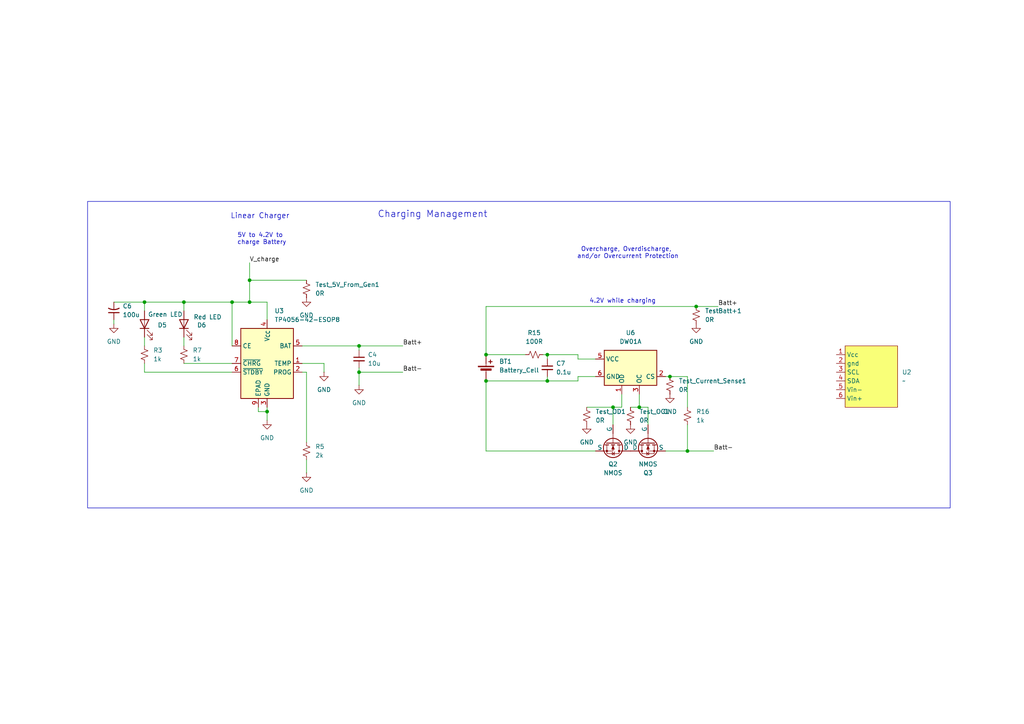
<source format=kicad_sch>
(kicad_sch
	(version 20250114)
	(generator "eeschema")
	(generator_version "9.0")
	(uuid "d12aab7f-3fec-4eb4-9ece-5360aa525c8e")
	(paper "A4")
	(lib_symbols
		(symbol "Battery_Management:DW01A"
			(exclude_from_sim no)
			(in_bom yes)
			(on_board yes)
			(property "Reference" "U"
				(at -6.604 6.35 0)
				(effects
					(font
						(size 1.27 1.27)
					)
				)
			)
			(property "Value" "DW01A"
				(at 4.318 6.604 0)
				(effects
					(font
						(size 1.27 1.27)
					)
				)
			)
			(property "Footprint" "Package_TO_SOT_SMD:SOT-23-6"
				(at 0 0 0)
				(effects
					(font
						(size 1.27 1.27)
					)
					(hide yes)
				)
			)
			(property "Datasheet" "https://hmsemi.com/downfile/DW01A.PDF"
				(at 0 0 0)
				(effects
					(font
						(size 1.27 1.27)
					)
					(hide yes)
				)
			)
			(property "Description" "Overcharge, overcurrent and overdischarge protection IC for single cell lithium-ion/polymer battery"
				(at 0.254 1.524 0)
				(effects
					(font
						(size 1.27 1.27)
					)
					(hide yes)
				)
			)
			(property "ki_keywords" "battery protection li-ion lipo overcurrent overdischarge overcharge"
				(at 0 0 0)
				(effects
					(font
						(size 1.27 1.27)
					)
					(hide yes)
				)
			)
			(property "ki_fp_filters" "SOT?23*"
				(at 0 0 0)
				(effects
					(font
						(size 1.27 1.27)
					)
					(hide yes)
				)
			)
			(symbol "DW01A_0_1"
				(pin power_in line
					(at -10.16 2.54 0)
					(length 2.54)
					(name "VCC"
						(effects
							(font
								(size 1.27 1.27)
							)
						)
					)
					(number "5"
						(effects
							(font
								(size 1.27 1.27)
							)
						)
					)
				)
				(pin power_in line
					(at -10.16 -2.54 0)
					(length 2.54)
					(name "GND"
						(effects
							(font
								(size 1.27 1.27)
							)
						)
					)
					(number "6"
						(effects
							(font
								(size 1.27 1.27)
							)
						)
					)
				)
				(pin output line
					(at -2.54 -7.62 90)
					(length 2.54)
					(name "OD"
						(effects
							(font
								(size 1.27 1.27)
							)
						)
					)
					(number "1"
						(effects
							(font
								(size 1.27 1.27)
							)
						)
					)
				)
				(pin output line
					(at 2.54 -7.62 90)
					(length 2.54)
					(name "OC"
						(effects
							(font
								(size 1.27 1.27)
							)
						)
					)
					(number "3"
						(effects
							(font
								(size 1.27 1.27)
							)
						)
					)
				)
				(pin input line
					(at 10.16 -2.54 180)
					(length 2.54)
					(name "CS"
						(effects
							(font
								(size 1.27 1.27)
							)
						)
					)
					(number "2"
						(effects
							(font
								(size 1.27 1.27)
							)
						)
					)
				)
			)
			(symbol "DW01A_1_1"
				(rectangle
					(start -7.62 5.08)
					(end 7.62 -5.08)
					(stroke
						(width 0.254)
						(type default)
					)
					(fill
						(type background)
					)
				)
				(pin no_connect line
					(at 10.16 2.54 180)
					(length 2.54)
					(hide yes)
					(name "TD"
						(effects
							(font
								(size 1.27 1.27)
							)
						)
					)
					(number "4"
						(effects
							(font
								(size 1.27 1.27)
							)
						)
					)
				)
			)
			(embedded_fonts no)
		)
		(symbol "Battery_Management:TP4056-42-ESOP8"
			(exclude_from_sim no)
			(in_bom yes)
			(on_board yes)
			(property "Reference" "U"
				(at -6.604 11.684 0)
				(effects
					(font
						(size 1.27 1.27)
					)
				)
			)
			(property "Value" "TP4056-42-ESOP8"
				(at 10.16 11.684 0)
				(effects
					(font
						(size 1.27 1.27)
					)
				)
			)
			(property "Footprint" "Package_SO:SOIC-8-1EP_3.9x4.9mm_P1.27mm_EP2.41x3.3mm_ThermalVias"
				(at 0.508 -22.86 0)
				(effects
					(font
						(size 1.27 1.27)
					)
					(hide yes)
				)
			)
			(property "Datasheet" "https://www.lcsc.com/datasheet/lcsc_datasheet_2410121619_TOPPOWER-Nanjing-Extension-Microelectronics-TP4056-42-ESOP8_C16581.pdf"
				(at 0 -25.4 0)
				(effects
					(font
						(size 1.27 1.27)
					)
					(hide yes)
				)
			)
			(property "Description" "1A Standalone Linear Li-ion/LiPo single-cell battery charger, 4.2V ±1% charge voltage, VCC = 4.0..8.0V, SOIC-8 (SOP-8)"
				(at 0.508 -20.32 0)
				(effects
					(font
						(size 1.27 1.27)
					)
					(hide yes)
				)
			)
			(property "ki_keywords" "lithium-ion lithium-polymer Li-Poly"
				(at 0 0 0)
				(effects
					(font
						(size 1.27 1.27)
					)
					(hide yes)
				)
			)
			(property "ki_fp_filters" "*SO*3.9x4.*P1.27mm*EP2.4*x3.3*mm*"
				(at 0 0 0)
				(effects
					(font
						(size 1.27 1.27)
					)
					(hide yes)
				)
			)
			(symbol "TP4056-42-ESOP8_1_0"
				(pin input line
					(at -10.16 5.08 0)
					(length 2.54)
					(name "CE"
						(effects
							(font
								(size 1.27 1.27)
							)
						)
					)
					(number "8"
						(effects
							(font
								(size 1.27 1.27)
							)
						)
					)
				)
				(pin open_collector line
					(at -10.16 0 0)
					(length 2.54)
					(name "~{CHRG}"
						(effects
							(font
								(size 1.27 1.27)
							)
						)
					)
					(number "7"
						(effects
							(font
								(size 1.27 1.27)
							)
						)
					)
				)
				(pin open_collector line
					(at -10.16 -2.54 0)
					(length 2.54)
					(name "~{STDBY}"
						(effects
							(font
								(size 1.27 1.27)
							)
						)
					)
					(number "6"
						(effects
							(font
								(size 1.27 1.27)
							)
						)
					)
				)
				(pin passive line
					(at -2.54 -12.7 90)
					(length 2.54)
					(name "EPAD"
						(effects
							(font
								(size 1.27 1.27)
							)
						)
					)
					(number "9"
						(effects
							(font
								(size 1.27 1.27)
							)
						)
					)
				)
				(pin power_in line
					(at 0 12.7 270)
					(length 2.54)
					(name "V_{CC}"
						(effects
							(font
								(size 1.27 1.27)
							)
						)
					)
					(number "4"
						(effects
							(font
								(size 1.27 1.27)
							)
						)
					)
				)
				(pin power_in line
					(at 0 -12.7 90)
					(length 2.54)
					(name "GND"
						(effects
							(font
								(size 1.27 1.27)
							)
						)
					)
					(number "3"
						(effects
							(font
								(size 1.27 1.27)
							)
						)
					)
				)
				(pin power_out line
					(at 10.16 5.08 180)
					(length 2.54)
					(name "BAT"
						(effects
							(font
								(size 1.27 1.27)
							)
						)
					)
					(number "5"
						(effects
							(font
								(size 1.27 1.27)
							)
						)
					)
				)
				(pin input line
					(at 10.16 0 180)
					(length 2.54)
					(name "TEMP"
						(effects
							(font
								(size 1.27 1.27)
							)
						)
					)
					(number "1"
						(effects
							(font
								(size 1.27 1.27)
							)
						)
					)
				)
				(pin passive line
					(at 10.16 -2.54 180)
					(length 2.54)
					(name "PROG"
						(effects
							(font
								(size 1.27 1.27)
							)
						)
					)
					(number "2"
						(effects
							(font
								(size 1.27 1.27)
							)
						)
					)
				)
			)
			(symbol "TP4056-42-ESOP8_1_1"
				(rectangle
					(start -7.62 10.16)
					(end 7.62 -10.16)
					(stroke
						(width 0.254)
						(type default)
					)
					(fill
						(type background)
					)
				)
			)
			(embedded_fonts no)
		)
		(symbol "Device:Battery_Cell"
			(pin_numbers
				(hide yes)
			)
			(pin_names
				(offset 0)
				(hide yes)
			)
			(exclude_from_sim no)
			(in_bom yes)
			(on_board yes)
			(property "Reference" "BT"
				(at 11.43 -3.81 0)
				(effects
					(font
						(size 1.27 1.27)
					)
					(justify left)
				)
			)
			(property "Value" "Battery_Cell"
				(at 11.43 -6.35 0)
				(effects
					(font
						(size 1.27 1.27)
					)
					(justify left)
				)
			)
			(property "Footprint" ""
				(at 0 1.524 90)
				(effects
					(font
						(size 1.27 1.27)
					)
					(hide yes)
				)
			)
			(property "Datasheet" "~"
				(at 8.89 -4.826 90)
				(effects
					(font
						(size 1.27 1.27)
					)
					(hide yes)
				)
			)
			(property "Description" "Single-cell battery"
				(at 8.89 -6.35 0)
				(effects
					(font
						(size 1.27 1.27)
					)
					(hide yes)
				)
			)
			(property "ki_keywords" "battery cell"
				(at 0 0 0)
				(effects
					(font
						(size 1.27 1.27)
					)
					(hide yes)
				)
			)
			(symbol "Battery_Cell_0_1"
				(rectangle
					(start 6.604 -4.572)
					(end 11.176 -4.826)
					(stroke
						(width 0)
						(type default)
					)
					(fill
						(type outline)
					)
				)
				(rectangle
					(start 7.366 -5.334)
					(end 10.414 -5.842)
					(stroke
						(width 0)
						(type default)
					)
					(fill
						(type outline)
					)
				)
				(polyline
					(pts
						(xy 8.89 -4.572) (xy 8.89 -3.81)
					)
					(stroke
						(width 0)
						(type default)
					)
					(fill
						(type none)
					)
				)
				(polyline
					(pts
						(xy 8.89 -5.588) (xy 8.89 -6.35)
					)
					(stroke
						(width 0)
						(type default)
					)
					(fill
						(type none)
					)
				)
				(polyline
					(pts
						(xy 9.652 -3.302) (xy 10.668 -3.302)
					)
					(stroke
						(width 0.254)
						(type default)
					)
					(fill
						(type none)
					)
				)
				(polyline
					(pts
						(xy 10.16 -2.794) (xy 10.16 -3.81)
					)
					(stroke
						(width 0.254)
						(type default)
					)
					(fill
						(type none)
					)
				)
			)
			(symbol "Battery_Cell_1_1"
				(pin passive line
					(at 8.89 -1.27 270)
					(length 2.54)
					(name "+"
						(effects
							(font
								(size 1.27 1.27)
							)
						)
					)
					(number "1"
						(effects
							(font
								(size 1.27 1.27)
							)
						)
					)
				)
				(pin passive line
					(at 8.89 -8.89 90)
					(length 2.54)
					(name "-"
						(effects
							(font
								(size 1.27 1.27)
							)
						)
					)
					(number "2"
						(effects
							(font
								(size 1.27 1.27)
							)
						)
					)
				)
			)
			(embedded_fonts no)
		)
		(symbol "Device:C_Small"
			(pin_numbers
				(hide yes)
			)
			(pin_names
				(offset 0.254)
				(hide yes)
			)
			(exclude_from_sim no)
			(in_bom yes)
			(on_board yes)
			(property "Reference" "C"
				(at 0.254 1.778 0)
				(effects
					(font
						(size 1.27 1.27)
					)
					(justify left)
				)
			)
			(property "Value" "C_Small"
				(at 0.254 -2.032 0)
				(effects
					(font
						(size 1.27 1.27)
					)
					(justify left)
				)
			)
			(property "Footprint" ""
				(at 0 0 0)
				(effects
					(font
						(size 1.27 1.27)
					)
					(hide yes)
				)
			)
			(property "Datasheet" "~"
				(at 0 0 0)
				(effects
					(font
						(size 1.27 1.27)
					)
					(hide yes)
				)
			)
			(property "Description" "Unpolarized capacitor, small symbol"
				(at 0 0 0)
				(effects
					(font
						(size 1.27 1.27)
					)
					(hide yes)
				)
			)
			(property "ki_keywords" "capacitor cap"
				(at 0 0 0)
				(effects
					(font
						(size 1.27 1.27)
					)
					(hide yes)
				)
			)
			(property "ki_fp_filters" "C_*"
				(at 0 0 0)
				(effects
					(font
						(size 1.27 1.27)
					)
					(hide yes)
				)
			)
			(symbol "C_Small_0_1"
				(polyline
					(pts
						(xy -1.524 0.508) (xy 1.524 0.508)
					)
					(stroke
						(width 0.3048)
						(type default)
					)
					(fill
						(type none)
					)
				)
				(polyline
					(pts
						(xy -1.524 -0.508) (xy 1.524 -0.508)
					)
					(stroke
						(width 0.3302)
						(type default)
					)
					(fill
						(type none)
					)
				)
			)
			(symbol "C_Small_1_1"
				(pin passive line
					(at 0 2.54 270)
					(length 2.032)
					(name "~"
						(effects
							(font
								(size 1.27 1.27)
							)
						)
					)
					(number "1"
						(effects
							(font
								(size 1.27 1.27)
							)
						)
					)
				)
				(pin passive line
					(at 0 -2.54 90)
					(length 2.032)
					(name "~"
						(effects
							(font
								(size 1.27 1.27)
							)
						)
					)
					(number "2"
						(effects
							(font
								(size 1.27 1.27)
							)
						)
					)
				)
			)
			(embedded_fonts no)
		)
		(symbol "Device:C_Small_US"
			(pin_numbers
				(hide yes)
			)
			(pin_names
				(offset 0.254)
				(hide yes)
			)
			(exclude_from_sim no)
			(in_bom yes)
			(on_board yes)
			(property "Reference" "C"
				(at 0.254 1.778 0)
				(effects
					(font
						(size 1.27 1.27)
					)
					(justify left)
				)
			)
			(property "Value" "C_Small_US"
				(at 0.254 -2.032 0)
				(effects
					(font
						(size 1.27 1.27)
					)
					(justify left)
				)
			)
			(property "Footprint" ""
				(at 0 0 0)
				(effects
					(font
						(size 1.27 1.27)
					)
					(hide yes)
				)
			)
			(property "Datasheet" ""
				(at 0 0 0)
				(effects
					(font
						(size 1.27 1.27)
					)
					(hide yes)
				)
			)
			(property "Description" "capacitor, small US symbol"
				(at 0 0 0)
				(effects
					(font
						(size 1.27 1.27)
					)
					(hide yes)
				)
			)
			(property "ki_keywords" "cap capacitor"
				(at 0 0 0)
				(effects
					(font
						(size 1.27 1.27)
					)
					(hide yes)
				)
			)
			(property "ki_fp_filters" "C_*"
				(at 0 0 0)
				(effects
					(font
						(size 1.27 1.27)
					)
					(hide yes)
				)
			)
			(symbol "C_Small_US_0_1"
				(polyline
					(pts
						(xy -1.524 0.508) (xy 1.524 0.508)
					)
					(stroke
						(width 0.3048)
						(type default)
					)
					(fill
						(type none)
					)
				)
				(arc
					(start -1.524 -0.762)
					(mid 0 -0.3734)
					(end 1.524 -0.762)
					(stroke
						(width 0.3048)
						(type default)
					)
					(fill
						(type none)
					)
				)
			)
			(symbol "C_Small_US_1_1"
				(pin passive line
					(at 0 2.54 270)
					(length 2.032)
					(name "~"
						(effects
							(font
								(size 1.27 1.27)
							)
						)
					)
					(number "1"
						(effects
							(font
								(size 1.27 1.27)
							)
						)
					)
				)
				(pin passive line
					(at 0 -2.54 90)
					(length 2.032)
					(name "~"
						(effects
							(font
								(size 1.27 1.27)
							)
						)
					)
					(number "2"
						(effects
							(font
								(size 1.27 1.27)
							)
						)
					)
				)
			)
			(embedded_fonts no)
		)
		(symbol "Device:LED"
			(pin_numbers
				(hide yes)
			)
			(pin_names
				(offset 1.016)
				(hide yes)
			)
			(exclude_from_sim no)
			(in_bom yes)
			(on_board yes)
			(property "Reference" "D"
				(at 0 2.54 0)
				(effects
					(font
						(size 1.27 1.27)
					)
				)
			)
			(property "Value" "LED"
				(at 0 -2.54 0)
				(effects
					(font
						(size 1.27 1.27)
					)
				)
			)
			(property "Footprint" ""
				(at 0 0 0)
				(effects
					(font
						(size 1.27 1.27)
					)
					(hide yes)
				)
			)
			(property "Datasheet" "~"
				(at 0 0 0)
				(effects
					(font
						(size 1.27 1.27)
					)
					(hide yes)
				)
			)
			(property "Description" "Light emitting diode"
				(at 0 0 0)
				(effects
					(font
						(size 1.27 1.27)
					)
					(hide yes)
				)
			)
			(property "Sim.Pins" "1=K 2=A"
				(at 0 0 0)
				(effects
					(font
						(size 1.27 1.27)
					)
					(hide yes)
				)
			)
			(property "ki_keywords" "LED diode"
				(at 0 0 0)
				(effects
					(font
						(size 1.27 1.27)
					)
					(hide yes)
				)
			)
			(property "ki_fp_filters" "LED* LED_SMD:* LED_THT:*"
				(at 0 0 0)
				(effects
					(font
						(size 1.27 1.27)
					)
					(hide yes)
				)
			)
			(symbol "LED_0_1"
				(polyline
					(pts
						(xy -3.048 -0.762) (xy -4.572 -2.286) (xy -3.81 -2.286) (xy -4.572 -2.286) (xy -4.572 -1.524)
					)
					(stroke
						(width 0)
						(type default)
					)
					(fill
						(type none)
					)
				)
				(polyline
					(pts
						(xy -1.778 -0.762) (xy -3.302 -2.286) (xy -2.54 -2.286) (xy -3.302 -2.286) (xy -3.302 -1.524)
					)
					(stroke
						(width 0)
						(type default)
					)
					(fill
						(type none)
					)
				)
				(polyline
					(pts
						(xy -1.27 0) (xy 1.27 0)
					)
					(stroke
						(width 0)
						(type default)
					)
					(fill
						(type none)
					)
				)
				(polyline
					(pts
						(xy -1.27 -1.27) (xy -1.27 1.27)
					)
					(stroke
						(width 0.254)
						(type default)
					)
					(fill
						(type none)
					)
				)
				(polyline
					(pts
						(xy 1.27 -1.27) (xy 1.27 1.27) (xy -1.27 0) (xy 1.27 -1.27)
					)
					(stroke
						(width 0.254)
						(type default)
					)
					(fill
						(type none)
					)
				)
			)
			(symbol "LED_1_1"
				(pin passive line
					(at -3.81 0 0)
					(length 2.54)
					(name "K"
						(effects
							(font
								(size 1.27 1.27)
							)
						)
					)
					(number "1"
						(effects
							(font
								(size 1.27 1.27)
							)
						)
					)
				)
				(pin passive line
					(at 3.81 0 180)
					(length 2.54)
					(name "A"
						(effects
							(font
								(size 1.27 1.27)
							)
						)
					)
					(number "2"
						(effects
							(font
								(size 1.27 1.27)
							)
						)
					)
				)
			)
			(embedded_fonts no)
		)
		(symbol "Device:R_Small_US"
			(pin_numbers
				(hide yes)
			)
			(pin_names
				(offset 0.254)
				(hide yes)
			)
			(exclude_from_sim no)
			(in_bom yes)
			(on_board yes)
			(property "Reference" "R"
				(at 0.762 0.508 0)
				(effects
					(font
						(size 1.27 1.27)
					)
					(justify left)
				)
			)
			(property "Value" "R_Small_US"
				(at 0.762 -1.016 0)
				(effects
					(font
						(size 1.27 1.27)
					)
					(justify left)
				)
			)
			(property "Footprint" ""
				(at 0 0 0)
				(effects
					(font
						(size 1.27 1.27)
					)
					(hide yes)
				)
			)
			(property "Datasheet" "~"
				(at 0 0 0)
				(effects
					(font
						(size 1.27 1.27)
					)
					(hide yes)
				)
			)
			(property "Description" "Resistor, small US symbol"
				(at 0 0 0)
				(effects
					(font
						(size 1.27 1.27)
					)
					(hide yes)
				)
			)
			(property "ki_keywords" "r resistor"
				(at 0 0 0)
				(effects
					(font
						(size 1.27 1.27)
					)
					(hide yes)
				)
			)
			(property "ki_fp_filters" "R_*"
				(at 0 0 0)
				(effects
					(font
						(size 1.27 1.27)
					)
					(hide yes)
				)
			)
			(symbol "R_Small_US_1_1"
				(polyline
					(pts
						(xy 0 1.524) (xy 1.016 1.143) (xy 0 0.762) (xy -1.016 0.381) (xy 0 0)
					)
					(stroke
						(width 0)
						(type default)
					)
					(fill
						(type none)
					)
				)
				(polyline
					(pts
						(xy 0 0) (xy 1.016 -0.381) (xy 0 -0.762) (xy -1.016 -1.143) (xy 0 -1.524)
					)
					(stroke
						(width 0)
						(type default)
					)
					(fill
						(type none)
					)
				)
				(pin passive line
					(at 0 2.54 270)
					(length 1.016)
					(name "~"
						(effects
							(font
								(size 1.27 1.27)
							)
						)
					)
					(number "1"
						(effects
							(font
								(size 1.27 1.27)
							)
						)
					)
				)
				(pin passive line
					(at 0 -2.54 90)
					(length 1.016)
					(name "~"
						(effects
							(font
								(size 1.27 1.27)
							)
						)
					)
					(number "2"
						(effects
							(font
								(size 1.27 1.27)
							)
						)
					)
				)
			)
			(embedded_fonts no)
		)
		(symbol "Elijahs_symbols:INA219"
			(exclude_from_sim no)
			(in_bom yes)
			(on_board yes)
			(property "Reference" "U"
				(at 0 0 0)
				(effects
					(font
						(size 1.27 1.27)
					)
				)
			)
			(property "Value" ""
				(at 0 0 0)
				(effects
					(font
						(size 1.27 1.27)
					)
				)
			)
			(property "Footprint" ""
				(at 0 0 0)
				(effects
					(font
						(size 1.27 1.27)
					)
					(hide yes)
				)
			)
			(property "Datasheet" ""
				(at 0 0 0)
				(effects
					(font
						(size 1.27 1.27)
					)
					(hide yes)
				)
			)
			(property "Description" ""
				(at 0 0 0)
				(effects
					(font
						(size 1.27 1.27)
					)
					(hide yes)
				)
			)
			(symbol "INA219_1_1"
				(rectangle
					(start 0 -2.54)
					(end 15.24 -20.32)
					(stroke
						(width 0)
						(type solid)
					)
					(fill
						(type color)
						(color 249 255 120 1)
					)
				)
				(pin power_in line
					(at -2.54 -5.08 0)
					(length 2.54)
					(name "Vcc"
						(effects
							(font
								(size 1.27 1.27)
							)
						)
					)
					(number "1"
						(effects
							(font
								(size 1.27 1.27)
							)
						)
					)
				)
				(pin power_in line
					(at -2.54 -7.62 0)
					(length 2.54)
					(name "gnd"
						(effects
							(font
								(size 1.27 1.27)
							)
						)
					)
					(number "2"
						(effects
							(font
								(size 1.27 1.27)
							)
						)
					)
				)
				(pin input line
					(at -2.54 -10.16 0)
					(length 2.54)
					(name "SCL"
						(effects
							(font
								(size 1.27 1.27)
							)
						)
					)
					(number "3"
						(effects
							(font
								(size 1.27 1.27)
							)
						)
					)
				)
				(pin output line
					(at -2.54 -12.7 0)
					(length 2.54)
					(name "SDA"
						(effects
							(font
								(size 1.27 1.27)
							)
						)
					)
					(number "4"
						(effects
							(font
								(size 1.27 1.27)
							)
						)
					)
				)
				(pin input line
					(at -2.54 -15.24 0)
					(length 2.54)
					(name "Vin-"
						(effects
							(font
								(size 1.27 1.27)
							)
						)
					)
					(number "5"
						(effects
							(font
								(size 1.27 1.27)
							)
						)
					)
				)
				(pin power_in line
					(at -2.54 -17.78 0)
					(length 2.54)
					(name "Vin+"
						(effects
							(font
								(size 1.27 1.27)
							)
						)
					)
					(number "6"
						(effects
							(font
								(size 1.27 1.27)
							)
						)
					)
				)
			)
			(embedded_fonts no)
		)
		(symbol "Simulation_SPICE:NMOS"
			(pin_numbers
				(hide yes)
			)
			(pin_names
				(offset 0)
			)
			(exclude_from_sim no)
			(in_bom yes)
			(on_board yes)
			(property "Reference" "Q"
				(at 5.08 1.27 0)
				(effects
					(font
						(size 1.27 1.27)
					)
					(justify left)
				)
			)
			(property "Value" "NMOS"
				(at 5.08 -1.27 0)
				(effects
					(font
						(size 1.27 1.27)
					)
					(justify left)
				)
			)
			(property "Footprint" ""
				(at 5.08 2.54 0)
				(effects
					(font
						(size 1.27 1.27)
					)
					(hide yes)
				)
			)
			(property "Datasheet" "https://ngspice.sourceforge.io/docs/ngspice-html-manual/manual.xhtml#cha_MOSFETs"
				(at 0 -12.7 0)
				(effects
					(font
						(size 1.27 1.27)
					)
					(hide yes)
				)
			)
			(property "Description" "N-MOSFET transistor, drain/source/gate"
				(at 0 0 0)
				(effects
					(font
						(size 1.27 1.27)
					)
					(hide yes)
				)
			)
			(property "Sim.Device" "NMOS"
				(at 0 -17.145 0)
				(effects
					(font
						(size 1.27 1.27)
					)
					(hide yes)
				)
			)
			(property "Sim.Type" "VDMOS"
				(at 0 -19.05 0)
				(effects
					(font
						(size 1.27 1.27)
					)
					(hide yes)
				)
			)
			(property "Sim.Pins" "1=D 2=G 3=S"
				(at 0 -15.24 0)
				(effects
					(font
						(size 1.27 1.27)
					)
					(hide yes)
				)
			)
			(property "ki_keywords" "transistor NMOS N-MOS N-MOSFET simulation"
				(at 0 0 0)
				(effects
					(font
						(size 1.27 1.27)
					)
					(hide yes)
				)
			)
			(symbol "NMOS_0_1"
				(polyline
					(pts
						(xy 0.254 1.905) (xy 0.254 -1.905)
					)
					(stroke
						(width 0.254)
						(type default)
					)
					(fill
						(type none)
					)
				)
				(polyline
					(pts
						(xy 0.254 0) (xy -2.54 0)
					)
					(stroke
						(width 0)
						(type default)
					)
					(fill
						(type none)
					)
				)
				(polyline
					(pts
						(xy 0.762 2.286) (xy 0.762 1.27)
					)
					(stroke
						(width 0.254)
						(type default)
					)
					(fill
						(type none)
					)
				)
				(polyline
					(pts
						(xy 0.762 0.508) (xy 0.762 -0.508)
					)
					(stroke
						(width 0.254)
						(type default)
					)
					(fill
						(type none)
					)
				)
				(polyline
					(pts
						(xy 0.762 -1.27) (xy 0.762 -2.286)
					)
					(stroke
						(width 0.254)
						(type default)
					)
					(fill
						(type none)
					)
				)
				(polyline
					(pts
						(xy 0.762 -1.778) (xy 3.302 -1.778) (xy 3.302 1.778) (xy 0.762 1.778)
					)
					(stroke
						(width 0)
						(type default)
					)
					(fill
						(type none)
					)
				)
				(polyline
					(pts
						(xy 1.016 0) (xy 2.032 0.381) (xy 2.032 -0.381) (xy 1.016 0)
					)
					(stroke
						(width 0)
						(type default)
					)
					(fill
						(type outline)
					)
				)
				(circle
					(center 1.651 0)
					(radius 2.794)
					(stroke
						(width 0.254)
						(type default)
					)
					(fill
						(type none)
					)
				)
				(polyline
					(pts
						(xy 2.54 2.54) (xy 2.54 1.778)
					)
					(stroke
						(width 0)
						(type default)
					)
					(fill
						(type none)
					)
				)
				(circle
					(center 2.54 1.778)
					(radius 0.254)
					(stroke
						(width 0)
						(type default)
					)
					(fill
						(type outline)
					)
				)
				(circle
					(center 2.54 -1.778)
					(radius 0.254)
					(stroke
						(width 0)
						(type default)
					)
					(fill
						(type outline)
					)
				)
				(polyline
					(pts
						(xy 2.54 -2.54) (xy 2.54 0) (xy 0.762 0)
					)
					(stroke
						(width 0)
						(type default)
					)
					(fill
						(type none)
					)
				)
				(polyline
					(pts
						(xy 2.794 0.508) (xy 2.921 0.381) (xy 3.683 0.381) (xy 3.81 0.254)
					)
					(stroke
						(width 0)
						(type default)
					)
					(fill
						(type none)
					)
				)
				(polyline
					(pts
						(xy 3.302 0.381) (xy 2.921 -0.254) (xy 3.683 -0.254) (xy 3.302 0.381)
					)
					(stroke
						(width 0)
						(type default)
					)
					(fill
						(type none)
					)
				)
			)
			(symbol "NMOS_1_1"
				(pin input line
					(at -5.08 0 0)
					(length 2.54)
					(name "G"
						(effects
							(font
								(size 1.27 1.27)
							)
						)
					)
					(number "2"
						(effects
							(font
								(size 1.27 1.27)
							)
						)
					)
				)
				(pin passive line
					(at 2.54 5.08 270)
					(length 2.54)
					(name "D"
						(effects
							(font
								(size 1.27 1.27)
							)
						)
					)
					(number "1"
						(effects
							(font
								(size 1.27 1.27)
							)
						)
					)
				)
				(pin passive line
					(at 2.54 -5.08 90)
					(length 2.54)
					(name "S"
						(effects
							(font
								(size 1.27 1.27)
							)
						)
					)
					(number "3"
						(effects
							(font
								(size 1.27 1.27)
							)
						)
					)
				)
			)
			(embedded_fonts no)
		)
		(symbol "power:GND"
			(power)
			(pin_numbers
				(hide yes)
			)
			(pin_names
				(offset 0)
				(hide yes)
			)
			(exclude_from_sim no)
			(in_bom yes)
			(on_board yes)
			(property "Reference" "#PWR"
				(at 0 -6.35 0)
				(effects
					(font
						(size 1.27 1.27)
					)
					(hide yes)
				)
			)
			(property "Value" "GND"
				(at 0 -3.81 0)
				(effects
					(font
						(size 1.27 1.27)
					)
				)
			)
			(property "Footprint" ""
				(at 0 0 0)
				(effects
					(font
						(size 1.27 1.27)
					)
					(hide yes)
				)
			)
			(property "Datasheet" ""
				(at 0 0 0)
				(effects
					(font
						(size 1.27 1.27)
					)
					(hide yes)
				)
			)
			(property "Description" "Power symbol creates a global label with name \"GND\" , ground"
				(at 0 0 0)
				(effects
					(font
						(size 1.27 1.27)
					)
					(hide yes)
				)
			)
			(property "ki_keywords" "global power"
				(at 0 0 0)
				(effects
					(font
						(size 1.27 1.27)
					)
					(hide yes)
				)
			)
			(symbol "GND_0_1"
				(polyline
					(pts
						(xy 0 0) (xy 0 -1.27) (xy 1.27 -1.27) (xy 0 -2.54) (xy -1.27 -1.27) (xy 0 -1.27)
					)
					(stroke
						(width 0)
						(type default)
					)
					(fill
						(type none)
					)
				)
			)
			(symbol "GND_1_1"
				(pin power_in line
					(at 0 0 270)
					(length 0)
					(name "~"
						(effects
							(font
								(size 1.27 1.27)
							)
						)
					)
					(number "1"
						(effects
							(font
								(size 1.27 1.27)
							)
						)
					)
				)
			)
			(embedded_fonts no)
		)
	)
	(rectangle
		(start 25.4 58.42)
		(end 275.59 147.32)
		(stroke
			(width 0)
			(type default)
		)
		(fill
			(type none)
		)
		(uuid 6a3b74ff-64bd-4027-a01a-e66136ee6fd9)
	)
	(text "Charging Management"
		(exclude_from_sim no)
		(at 125.476 62.23 0)
		(effects
			(font
				(size 1.905 1.905)
			)
		)
		(uuid "2f751ae9-0ded-4687-ac0e-6c7f34ed983e")
	)
	(text "5V to 4.2V to \ncharge Battery\n"
		(exclude_from_sim no)
		(at 75.946 69.342 0)
		(effects
			(font
				(size 1.27 1.27)
			)
		)
		(uuid "7444f9e9-4883-4e2d-99e0-bbfa5fcba20c")
	)
	(text "Linear Charger"
		(exclude_from_sim no)
		(at 75.438 62.738 0)
		(effects
			(font
				(size 1.524 1.524)
			)
		)
		(uuid "7bb92a16-1961-48f0-9308-85f31c5f61f0")
	)
	(text "Overcharge, Overdischarge, \nand/or Overcurrent Protection"
		(exclude_from_sim no)
		(at 182.118 73.406 0)
		(effects
			(font
				(size 1.27 1.27)
			)
		)
		(uuid "a4a23e4d-8837-4e4a-a17d-2f0df867252c")
	)
	(text "4.2V while charging"
		(exclude_from_sim no)
		(at 180.594 87.376 0)
		(effects
			(font
				(size 1.27 1.27)
			)
		)
		(uuid "b8d203fc-83e0-4886-9201-d024bf356252")
	)
	(junction
		(at 158.75 102.87)
		(diameter 0)
		(color 0 0 0 0)
		(uuid "2333a68b-2a4e-45bb-80c6-5607e7b90c89")
	)
	(junction
		(at 77.47 119.38)
		(diameter 0)
		(color 0 0 0 0)
		(uuid "23ae6929-9aaa-461c-93c9-e8896f516ac6")
	)
	(junction
		(at 140.97 110.49)
		(diameter 0)
		(color 0 0 0 0)
		(uuid "5dd93ce1-2110-40e4-a8b1-df0e78b32a20")
	)
	(junction
		(at 158.75 110.49)
		(diameter 0)
		(color 0 0 0 0)
		(uuid "6a821a32-6095-4130-82fe-b29f14c865d9")
	)
	(junction
		(at 72.39 87.63)
		(diameter 0)
		(color 0 0 0 0)
		(uuid "769a6235-5a68-458a-9797-b22039005893")
	)
	(junction
		(at 199.39 130.81)
		(diameter 0)
		(color 0 0 0 0)
		(uuid "88f9a692-7002-4316-b895-7596cfe7bf96")
	)
	(junction
		(at 140.97 102.87)
		(diameter 0)
		(color 0 0 0 0)
		(uuid "8aa6d545-f512-4d5f-a796-08289c15b2e3")
	)
	(junction
		(at 41.91 87.63)
		(diameter 0)
		(color 0 0 0 0)
		(uuid "b6326f44-7454-44da-8400-2519834724f6")
	)
	(junction
		(at 104.14 100.33)
		(diameter 0)
		(color 0 0 0 0)
		(uuid "b6ed6d8e-2cb8-4001-aa67-82a1b3ff7c53")
	)
	(junction
		(at 194.31 109.22)
		(diameter 0)
		(color 0 0 0 0)
		(uuid "bb02ad9d-d983-4c6e-ae89-c2981ca3e8f1")
	)
	(junction
		(at 67.31 87.63)
		(diameter 0)
		(color 0 0 0 0)
		(uuid "d821381b-48d2-41c8-91bd-7d5452de64e7")
	)
	(junction
		(at 72.39 81.28)
		(diameter 0)
		(color 0 0 0 0)
		(uuid "d8afa670-4acc-4c26-ae79-db7dba237373")
	)
	(junction
		(at 53.34 87.63)
		(diameter 0)
		(color 0 0 0 0)
		(uuid "e089361c-c63d-415c-a9b4-ca078007124e")
	)
	(junction
		(at 104.14 107.95)
		(diameter 0)
		(color 0 0 0 0)
		(uuid "e3b65602-293d-47b4-90f6-10d2de7ef8de")
	)
	(junction
		(at 177.8 118.11)
		(diameter 0)
		(color 0 0 0 0)
		(uuid "ed42da0a-7205-4018-abce-f21799b6653b")
	)
	(junction
		(at 201.93 88.9)
		(diameter 0)
		(color 0 0 0 0)
		(uuid "fde73a88-640a-4d03-8225-bce626f2d6fe")
	)
	(junction
		(at 185.42 118.11)
		(diameter 0)
		(color 0 0 0 0)
		(uuid "ff59bbd8-624e-429c-ad2b-bb1756b62314")
	)
	(wire
		(pts
			(xy 199.39 130.81) (xy 199.39 123.19)
		)
		(stroke
			(width 0)
			(type default)
		)
		(uuid "0328ab23-de15-48dd-a567-149d1e1a5cf7")
	)
	(wire
		(pts
			(xy 104.14 107.95) (xy 104.14 111.76)
		)
		(stroke
			(width 0)
			(type default)
		)
		(uuid "07936955-fb74-4847-a41c-c4cf3d8b2228")
	)
	(wire
		(pts
			(xy 104.14 107.95) (xy 116.84 107.95)
		)
		(stroke
			(width 0)
			(type default)
		)
		(uuid "0ad90dd4-7aa8-49f3-9e4d-53caca9ef0e9")
	)
	(wire
		(pts
			(xy 167.64 102.87) (xy 167.64 104.14)
		)
		(stroke
			(width 0)
			(type default)
		)
		(uuid "0ce18837-fac3-41e8-9f2f-01064c985ded")
	)
	(wire
		(pts
			(xy 104.14 100.33) (xy 116.84 100.33)
		)
		(stroke
			(width 0)
			(type default)
		)
		(uuid "0e1e4e19-bcda-4b57-a2a7-c14978f6c35a")
	)
	(wire
		(pts
			(xy 193.04 109.22) (xy 194.31 109.22)
		)
		(stroke
			(width 0)
			(type default)
		)
		(uuid "10a2d762-d668-4825-8b34-0eefd728604b")
	)
	(wire
		(pts
			(xy 187.96 118.11) (xy 187.96 123.19)
		)
		(stroke
			(width 0)
			(type default)
		)
		(uuid "13b46665-9d8a-4736-b962-6ccaa612cf4f")
	)
	(wire
		(pts
			(xy 88.9 128.27) (xy 88.9 107.95)
		)
		(stroke
			(width 0)
			(type default)
		)
		(uuid "16da0e1b-dddd-48c4-b272-2d3127187563")
	)
	(wire
		(pts
			(xy 177.8 123.19) (xy 177.8 118.11)
		)
		(stroke
			(width 0)
			(type default)
		)
		(uuid "16fa6a27-f9a1-485b-a5df-bab233fb6c2f")
	)
	(wire
		(pts
			(xy 193.04 130.81) (xy 199.39 130.81)
		)
		(stroke
			(width 0)
			(type default)
		)
		(uuid "1755b823-23ba-4337-887b-2f7fde85a9e5")
	)
	(wire
		(pts
			(xy 88.9 107.95) (xy 87.63 107.95)
		)
		(stroke
			(width 0)
			(type default)
		)
		(uuid "22eadb86-7026-4a7f-b577-bbc8742def11")
	)
	(wire
		(pts
			(xy 72.39 81.28) (xy 88.9 81.28)
		)
		(stroke
			(width 0)
			(type default)
		)
		(uuid "253aebf5-b2ac-4294-90d9-985a87a9b5d5")
	)
	(wire
		(pts
			(xy 104.14 106.68) (xy 104.14 107.95)
		)
		(stroke
			(width 0)
			(type default)
		)
		(uuid "26216a0a-6135-4751-9a70-e5dbcd2a229d")
	)
	(wire
		(pts
			(xy 33.02 92.71) (xy 33.02 93.98)
		)
		(stroke
			(width 0)
			(type default)
		)
		(uuid "2c852c1a-7a47-4482-96ab-97c18e3df2a4")
	)
	(wire
		(pts
			(xy 167.64 110.49) (xy 167.64 109.22)
		)
		(stroke
			(width 0)
			(type default)
		)
		(uuid "32fd19ba-9a7a-46df-9767-d27d964f8e5d")
	)
	(wire
		(pts
			(xy 199.39 118.11) (xy 199.39 109.22)
		)
		(stroke
			(width 0)
			(type default)
		)
		(uuid "403e6f20-cdca-4706-bc48-8bf15a8e02c2")
	)
	(wire
		(pts
			(xy 77.47 119.38) (xy 77.47 121.92)
		)
		(stroke
			(width 0)
			(type default)
		)
		(uuid "42d0ce83-f23a-4938-9d95-cb2794e06466")
	)
	(wire
		(pts
			(xy 53.34 87.63) (xy 53.34 90.17)
		)
		(stroke
			(width 0)
			(type default)
		)
		(uuid "4cf88187-27fb-438f-9b11-348ffe1219d7")
	)
	(wire
		(pts
			(xy 172.72 130.81) (xy 140.97 130.81)
		)
		(stroke
			(width 0)
			(type default)
		)
		(uuid "4d43174e-8e30-47f0-bdc1-2cca3e4a9b39")
	)
	(wire
		(pts
			(xy 185.42 114.3) (xy 185.42 118.11)
		)
		(stroke
			(width 0)
			(type default)
		)
		(uuid "4e225648-f21e-4f3a-a8f8-52e5484fa2d4")
	)
	(wire
		(pts
			(xy 41.91 107.95) (xy 67.31 107.95)
		)
		(stroke
			(width 0)
			(type default)
		)
		(uuid "517ffe58-98d4-4f63-995a-2425e4051fd5")
	)
	(wire
		(pts
			(xy 158.75 102.87) (xy 158.75 104.14)
		)
		(stroke
			(width 0)
			(type default)
		)
		(uuid "52fc8f0b-a8ae-413d-be82-706e96e711e8")
	)
	(wire
		(pts
			(xy 41.91 87.63) (xy 41.91 90.17)
		)
		(stroke
			(width 0)
			(type default)
		)
		(uuid "5377a3f4-ddb0-4c4a-91b2-339bb9ca2445")
	)
	(wire
		(pts
			(xy 41.91 105.41) (xy 41.91 107.95)
		)
		(stroke
			(width 0)
			(type default)
		)
		(uuid "548b9898-cfed-44c9-b055-fc2675a94ed1")
	)
	(wire
		(pts
			(xy 41.91 97.79) (xy 41.91 100.33)
		)
		(stroke
			(width 0)
			(type default)
		)
		(uuid "55b95e3d-f80e-460e-b0cf-db07923edc37")
	)
	(wire
		(pts
			(xy 72.39 87.63) (xy 77.47 87.63)
		)
		(stroke
			(width 0)
			(type default)
		)
		(uuid "592d7e2e-4152-488f-954c-e00d92e5a842")
	)
	(wire
		(pts
			(xy 53.34 97.79) (xy 53.34 100.33)
		)
		(stroke
			(width 0)
			(type default)
		)
		(uuid "5a0deecf-6cb9-458b-bf47-1bd8ee3ba4ef")
	)
	(wire
		(pts
			(xy 185.42 118.11) (xy 187.96 118.11)
		)
		(stroke
			(width 0)
			(type default)
		)
		(uuid "5c75dfda-a9fd-4bd6-9e42-2b93da8b5381")
	)
	(wire
		(pts
			(xy 158.75 110.49) (xy 158.75 109.22)
		)
		(stroke
			(width 0)
			(type default)
		)
		(uuid "6ef78ed8-69c2-4f88-a861-fa429259e508")
	)
	(wire
		(pts
			(xy 140.97 130.81) (xy 140.97 110.49)
		)
		(stroke
			(width 0)
			(type default)
		)
		(uuid "6f95835e-69a9-4c23-83d6-f116124a281a")
	)
	(wire
		(pts
			(xy 41.91 87.63) (xy 53.34 87.63)
		)
		(stroke
			(width 0)
			(type default)
		)
		(uuid "7170c7e0-3466-4d65-b1b3-4bab901a67eb")
	)
	(wire
		(pts
			(xy 140.97 102.87) (xy 140.97 88.9)
		)
		(stroke
			(width 0)
			(type default)
		)
		(uuid "78550e0c-739f-4792-9d9b-63d82d5e5f2a")
	)
	(wire
		(pts
			(xy 194.31 109.22) (xy 199.39 109.22)
		)
		(stroke
			(width 0)
			(type default)
		)
		(uuid "85e757cb-cc05-4a2e-9732-06f995e3cccc")
	)
	(wire
		(pts
			(xy 87.63 105.41) (xy 93.98 105.41)
		)
		(stroke
			(width 0)
			(type default)
		)
		(uuid "86aca538-9b7c-4993-b4fe-18d3dc3aae6c")
	)
	(wire
		(pts
			(xy 201.93 88.9) (xy 208.28 88.9)
		)
		(stroke
			(width 0)
			(type default)
		)
		(uuid "8808ad0b-ad25-4063-ae36-66581c81031f")
	)
	(wire
		(pts
			(xy 67.31 87.63) (xy 67.31 100.33)
		)
		(stroke
			(width 0)
			(type default)
		)
		(uuid "8b84158c-b548-4e1d-95b8-e34c4f45ebae")
	)
	(wire
		(pts
			(xy 74.93 118.11) (xy 74.93 119.38)
		)
		(stroke
			(width 0)
			(type default)
		)
		(uuid "8d4d7c07-3cd6-4eb1-ab11-97bec1a2ec6c")
	)
	(wire
		(pts
			(xy 177.8 118.11) (xy 180.34 118.11)
		)
		(stroke
			(width 0)
			(type default)
		)
		(uuid "8f222836-4c57-40de-8ca9-918d7ed1c4a0")
	)
	(wire
		(pts
			(xy 53.34 87.63) (xy 67.31 87.63)
		)
		(stroke
			(width 0)
			(type default)
		)
		(uuid "913f7405-5bca-4339-bfdc-b7f834d1bedc")
	)
	(wire
		(pts
			(xy 33.02 87.63) (xy 41.91 87.63)
		)
		(stroke
			(width 0)
			(type default)
		)
		(uuid "9867be87-13b7-48ae-aed3-c4f83e3b917c")
	)
	(wire
		(pts
			(xy 199.39 130.81) (xy 207.01 130.81)
		)
		(stroke
			(width 0)
			(type default)
		)
		(uuid "992483bd-cb97-49db-9fb9-038d2eefd208")
	)
	(wire
		(pts
			(xy 72.39 76.2) (xy 72.39 81.28)
		)
		(stroke
			(width 0)
			(type default)
		)
		(uuid "9bf6e6ac-0703-440f-819d-ab470ce9efab")
	)
	(wire
		(pts
			(xy 93.98 105.41) (xy 93.98 107.95)
		)
		(stroke
			(width 0)
			(type default)
		)
		(uuid "9d2d5165-3bd6-4057-ae94-e79d7c43a372")
	)
	(wire
		(pts
			(xy 167.64 110.49) (xy 158.75 110.49)
		)
		(stroke
			(width 0)
			(type default)
		)
		(uuid "9f4091a9-bff7-4b25-8b00-6c353a95dd17")
	)
	(wire
		(pts
			(xy 74.93 119.38) (xy 77.47 119.38)
		)
		(stroke
			(width 0)
			(type default)
		)
		(uuid "a018d41f-add0-42eb-bc62-f6c4ab83f9d0")
	)
	(wire
		(pts
			(xy 67.31 87.63) (xy 72.39 87.63)
		)
		(stroke
			(width 0)
			(type default)
		)
		(uuid "a8c12329-7aa5-4ab4-b060-561431d32ba5")
	)
	(wire
		(pts
			(xy 170.18 118.11) (xy 177.8 118.11)
		)
		(stroke
			(width 0)
			(type default)
		)
		(uuid "a92e294b-caca-43ed-ae31-c1e5b013b203")
	)
	(wire
		(pts
			(xy 167.64 102.87) (xy 158.75 102.87)
		)
		(stroke
			(width 0)
			(type default)
		)
		(uuid "abc724ff-0e78-4389-8011-02a1d9a6e22d")
	)
	(wire
		(pts
			(xy 72.39 81.28) (xy 72.39 87.63)
		)
		(stroke
			(width 0)
			(type default)
		)
		(uuid "abe21bbf-4256-44cf-900f-2b1bb9639cf9")
	)
	(wire
		(pts
			(xy 167.64 109.22) (xy 172.72 109.22)
		)
		(stroke
			(width 0)
			(type default)
		)
		(uuid "ac9e7f8c-adcc-4b5a-b681-f59f33a822c9")
	)
	(wire
		(pts
			(xy 87.63 100.33) (xy 104.14 100.33)
		)
		(stroke
			(width 0)
			(type default)
		)
		(uuid "b51a3d50-d815-4c7c-9b27-bd4d7d60e21e")
	)
	(wire
		(pts
			(xy 140.97 110.49) (xy 158.75 110.49)
		)
		(stroke
			(width 0)
			(type default)
		)
		(uuid "b579a89a-5e04-4857-a164-9e48851c0b69")
	)
	(wire
		(pts
			(xy 157.48 102.87) (xy 158.75 102.87)
		)
		(stroke
			(width 0)
			(type default)
		)
		(uuid "ba5d3436-259f-452a-b11d-abe72531fd5a")
	)
	(wire
		(pts
			(xy 88.9 133.35) (xy 88.9 137.16)
		)
		(stroke
			(width 0)
			(type default)
		)
		(uuid "cdfb2f82-b801-4d20-b880-99fef94fc9c5")
	)
	(wire
		(pts
			(xy 180.34 118.11) (xy 180.34 114.3)
		)
		(stroke
			(width 0)
			(type default)
		)
		(uuid "d23dc454-6838-45d5-b043-c06b35fd934b")
	)
	(wire
		(pts
			(xy 140.97 88.9) (xy 201.93 88.9)
		)
		(stroke
			(width 0)
			(type default)
		)
		(uuid "d2614376-2b8c-4659-b217-cfa7d1f647ee")
	)
	(wire
		(pts
			(xy 53.34 105.41) (xy 67.31 105.41)
		)
		(stroke
			(width 0)
			(type default)
		)
		(uuid "d2abb64c-7f28-4215-b630-0fa0efefc7c9")
	)
	(wire
		(pts
			(xy 152.4 102.87) (xy 140.97 102.87)
		)
		(stroke
			(width 0)
			(type default)
		)
		(uuid "dcaa6801-af69-419d-8725-034c76622f92")
	)
	(wire
		(pts
			(xy 77.47 118.11) (xy 77.47 119.38)
		)
		(stroke
			(width 0)
			(type default)
		)
		(uuid "e5199614-6410-4e00-aaa6-0d3d18d0f550")
	)
	(wire
		(pts
			(xy 77.47 87.63) (xy 77.47 92.71)
		)
		(stroke
			(width 0)
			(type default)
		)
		(uuid "e6142d93-83aa-4b7a-ad0d-96f5be67da6b")
	)
	(wire
		(pts
			(xy 104.14 100.33) (xy 104.14 101.6)
		)
		(stroke
			(width 0)
			(type default)
		)
		(uuid "f22d8f16-db1c-43f7-858f-19f1bd148d61")
	)
	(wire
		(pts
			(xy 182.88 118.11) (xy 185.42 118.11)
		)
		(stroke
			(width 0)
			(type default)
		)
		(uuid "f6ddfd6c-6927-415a-b716-8fe8eb79fe21")
	)
	(wire
		(pts
			(xy 167.64 104.14) (xy 172.72 104.14)
		)
		(stroke
			(width 0)
			(type default)
		)
		(uuid "fdd6be21-3707-4346-985b-31ca171704a5")
	)
	(label "Batt+"
		(at 208.28 88.9 0)
		(effects
			(font
				(size 1.27 1.27)
			)
			(justify left bottom)
		)
		(uuid "6e526eca-1017-46f4-b133-5fca24e53114")
	)
	(label "Batt+"
		(at 116.84 100.33 0)
		(effects
			(font
				(size 1.27 1.27)
			)
			(justify left bottom)
		)
		(uuid "75a39db6-856e-4d45-9253-1ab65e642abd")
	)
	(label "Batt-"
		(at 207.01 130.81 0)
		(effects
			(font
				(size 1.27 1.27)
			)
			(justify left bottom)
		)
		(uuid "cff75bc7-0694-4a17-a21c-9ebcc5912f94")
	)
	(label "Batt-"
		(at 116.84 107.95 0)
		(effects
			(font
				(size 1.27 1.27)
			)
			(justify left bottom)
		)
		(uuid "e92ce06c-4cab-4ac5-a8f9-ba93c5f005c4")
	)
	(label "V_charge"
		(at 72.39 76.2 0)
		(effects
			(font
				(size 1.27 1.27)
			)
			(justify left bottom)
		)
		(uuid "fa3e5da2-7f40-4a4d-a46d-e3d9ed528185")
	)
	(symbol
		(lib_id "power:GND")
		(at 93.98 107.95 0)
		(unit 1)
		(exclude_from_sim no)
		(in_bom yes)
		(on_board yes)
		(dnp no)
		(fields_autoplaced yes)
		(uuid "0538bd9d-da39-4c6e-8100-bcf6fcc8f02d")
		(property "Reference" "#PWR034"
			(at 93.98 114.3 0)
			(effects
				(font
					(size 1.27 1.27)
				)
				(hide yes)
			)
		)
		(property "Value" "GND"
			(at 93.98 113.03 0)
			(effects
				(font
					(size 1.27 1.27)
				)
			)
		)
		(property "Footprint" ""
			(at 93.98 107.95 0)
			(effects
				(font
					(size 1.27 1.27)
				)
				(hide yes)
			)
		)
		(property "Datasheet" ""
			(at 93.98 107.95 0)
			(effects
				(font
					(size 1.27 1.27)
				)
				(hide yes)
			)
		)
		(property "Description" "Power symbol creates a global label with name \"GND\" , ground"
			(at 93.98 107.95 0)
			(effects
				(font
					(size 1.27 1.27)
				)
				(hide yes)
			)
		)
		(pin "1"
			(uuid "85da8a09-50bc-4041-99f1-8dc10df0898e")
		)
		(instances
			(project "411 Schematic-2025-11-16"
				(path "/d2e2892e-be0f-4a6a-9262-5a0d7272f4d0/53853b08-188d-4cc9-a52a-8ef461ea2591"
					(reference "#PWR034")
					(unit 1)
				)
			)
		)
	)
	(symbol
		(lib_id "Battery_Management:DW01A")
		(at 182.88 106.68 0)
		(unit 1)
		(exclude_from_sim no)
		(in_bom yes)
		(on_board yes)
		(dnp no)
		(fields_autoplaced yes)
		(uuid "1567c902-4416-421e-8873-55f769edf374")
		(property "Reference" "U6"
			(at 182.88 96.52 0)
			(effects
				(font
					(size 1.27 1.27)
				)
			)
		)
		(property "Value" "DW01A"
			(at 182.88 99.06 0)
			(effects
				(font
					(size 1.27 1.27)
				)
			)
		)
		(property "Footprint" "Package_TO_SOT_SMD:SOT-23-6"
			(at 182.88 106.68 0)
			(effects
				(font
					(size 1.27 1.27)
				)
				(hide yes)
			)
		)
		(property "Datasheet" "https://hmsemi.com/downfile/DW01A.PDF"
			(at 182.88 106.68 0)
			(effects
				(font
					(size 1.27 1.27)
				)
				(hide yes)
			)
		)
		(property "Description" "Overcharge, overcurrent and overdischarge protection IC for single cell lithium-ion/polymer battery"
			(at 183.134 105.156 0)
			(effects
				(font
					(size 1.27 1.27)
				)
				(hide yes)
			)
		)
		(pin "6"
			(uuid "0eb0d9d2-17ad-4a3f-ab64-8cef015f2373")
		)
		(pin "5"
			(uuid "a5883065-c00c-45c9-b6f5-4155db7cfdff")
		)
		(pin "1"
			(uuid "3581ff59-08f9-408a-a064-1fd3abb22066")
		)
		(pin "3"
			(uuid "8036cfcb-631a-43b8-8d00-b133dff38203")
		)
		(pin "2"
			(uuid "fa2dbd7a-de59-47ba-861e-906329e35ad6")
		)
		(pin "4"
			(uuid "0e77a052-008d-496b-bf7e-21e9afcfb7da")
		)
		(instances
			(project "411 Schematic-2025-11-16"
				(path "/d2e2892e-be0f-4a6a-9262-5a0d7272f4d0/53853b08-188d-4cc9-a52a-8ef461ea2591"
					(reference "U6")
					(unit 1)
				)
			)
		)
	)
	(symbol
		(lib_id "power:GND")
		(at 182.88 123.19 0)
		(unit 1)
		(exclude_from_sim no)
		(in_bom yes)
		(on_board yes)
		(dnp no)
		(fields_autoplaced yes)
		(uuid "15870979-eded-4831-9765-3c51e22eabb0")
		(property "Reference" "#PWR040"
			(at 182.88 129.54 0)
			(effects
				(font
					(size 1.27 1.27)
				)
				(hide yes)
			)
		)
		(property "Value" "GND"
			(at 182.88 128.27 0)
			(effects
				(font
					(size 1.27 1.27)
				)
			)
		)
		(property "Footprint" ""
			(at 182.88 123.19 0)
			(effects
				(font
					(size 1.27 1.27)
				)
				(hide yes)
			)
		)
		(property "Datasheet" ""
			(at 182.88 123.19 0)
			(effects
				(font
					(size 1.27 1.27)
				)
				(hide yes)
			)
		)
		(property "Description" "Power symbol creates a global label with name \"GND\" , ground"
			(at 182.88 123.19 0)
			(effects
				(font
					(size 1.27 1.27)
				)
				(hide yes)
			)
		)
		(pin "1"
			(uuid "867e9f78-f2f9-40f8-b84f-9136976c4f51")
		)
		(instances
			(project "411 Schematic-2025-11-16"
				(path "/d2e2892e-be0f-4a6a-9262-5a0d7272f4d0/53853b08-188d-4cc9-a52a-8ef461ea2591"
					(reference "#PWR040")
					(unit 1)
				)
			)
		)
	)
	(symbol
		(lib_id "Device:R_Small_US")
		(at 182.88 120.65 180)
		(unit 1)
		(exclude_from_sim no)
		(in_bom yes)
		(on_board yes)
		(dnp no)
		(fields_autoplaced yes)
		(uuid "1baea766-d5c2-4cb0-8501-7af35d96947c")
		(property "Reference" "Test_OC1"
			(at 185.42 119.3799 0)
			(effects
				(font
					(size 1.27 1.27)
				)
				(justify right)
			)
		)
		(property "Value" "0R"
			(at 185.42 121.9199 0)
			(effects
				(font
					(size 1.27 1.27)
				)
				(justify right)
			)
		)
		(property "Footprint" "Resistor_SMD:R_0603_1608Metric_Pad0.98x0.95mm_HandSolder"
			(at 182.88 120.65 0)
			(effects
				(font
					(size 1.27 1.27)
				)
				(hide yes)
			)
		)
		(property "Datasheet" "~"
			(at 182.88 120.65 0)
			(effects
				(font
					(size 1.27 1.27)
				)
				(hide yes)
			)
		)
		(property "Description" "Resistor, small US symbol"
			(at 182.88 120.65 0)
			(effects
				(font
					(size 1.27 1.27)
				)
				(hide yes)
			)
		)
		(pin "2"
			(uuid "faf61e63-48be-4dc5-8fc0-5bef1451530c")
		)
		(pin "1"
			(uuid "81c394ac-cf10-44e3-9e64-2143b3f79102")
		)
		(instances
			(project "411 Schematic-2025-11-16"
				(path "/d2e2892e-be0f-4a6a-9262-5a0d7272f4d0/53853b08-188d-4cc9-a52a-8ef461ea2591"
					(reference "Test_OC1")
					(unit 1)
				)
			)
		)
	)
	(symbol
		(lib_id "power:GND")
		(at 77.47 121.92 0)
		(unit 1)
		(exclude_from_sim no)
		(in_bom yes)
		(on_board yes)
		(dnp no)
		(fields_autoplaced yes)
		(uuid "2d7cdd08-fdfe-426e-aac0-4df31b941204")
		(property "Reference" "#PWR02"
			(at 77.47 128.27 0)
			(effects
				(font
					(size 1.27 1.27)
				)
				(hide yes)
			)
		)
		(property "Value" "GND"
			(at 77.47 127 0)
			(effects
				(font
					(size 1.27 1.27)
				)
			)
		)
		(property "Footprint" ""
			(at 77.47 121.92 0)
			(effects
				(font
					(size 1.27 1.27)
				)
				(hide yes)
			)
		)
		(property "Datasheet" ""
			(at 77.47 121.92 0)
			(effects
				(font
					(size 1.27 1.27)
				)
				(hide yes)
			)
		)
		(property "Description" "Power symbol creates a global label with name \"GND\" , ground"
			(at 77.47 121.92 0)
			(effects
				(font
					(size 1.27 1.27)
				)
				(hide yes)
			)
		)
		(pin "1"
			(uuid "b59979ab-c877-40f7-93f3-a866ec752c1d")
		)
		(instances
			(project "411 Schematic-2025-11-16"
				(path "/d2e2892e-be0f-4a6a-9262-5a0d7272f4d0/53853b08-188d-4cc9-a52a-8ef461ea2591"
					(reference "#PWR02")
					(unit 1)
				)
			)
		)
	)
	(symbol
		(lib_id "Device:R_Small_US")
		(at 199.39 120.65 180)
		(unit 1)
		(exclude_from_sim no)
		(in_bom yes)
		(on_board yes)
		(dnp no)
		(fields_autoplaced yes)
		(uuid "2f0e5cd9-9373-4347-a42e-a04210d5b9a0")
		(property "Reference" "R16"
			(at 201.93 119.3799 0)
			(effects
				(font
					(size 1.27 1.27)
				)
				(justify right)
			)
		)
		(property "Value" "1k"
			(at 201.93 121.9199 0)
			(effects
				(font
					(size 1.27 1.27)
				)
				(justify right)
			)
		)
		(property "Footprint" "Resistor_THT:R_Axial_DIN0207_L6.3mm_D2.5mm_P10.16mm_Horizontal"
			(at 199.39 120.65 0)
			(effects
				(font
					(size 1.27 1.27)
				)
				(hide yes)
			)
		)
		(property "Datasheet" "~"
			(at 199.39 120.65 0)
			(effects
				(font
					(size 1.27 1.27)
				)
				(hide yes)
			)
		)
		(property "Description" "Resistor, small US symbol"
			(at 199.39 120.65 0)
			(effects
				(font
					(size 1.27 1.27)
				)
				(hide yes)
			)
		)
		(pin "2"
			(uuid "32bf8f1d-d7bd-496b-a039-e9dc6e64a19e")
		)
		(pin "1"
			(uuid "53cbdb90-da56-4553-80c0-0ce2f829931b")
		)
		(instances
			(project "411 Schematic-2025-11-16"
				(path "/d2e2892e-be0f-4a6a-9262-5a0d7272f4d0/53853b08-188d-4cc9-a52a-8ef461ea2591"
					(reference "R16")
					(unit 1)
				)
			)
		)
	)
	(symbol
		(lib_id "Device:R_Small_US")
		(at 41.91 102.87 0)
		(unit 1)
		(exclude_from_sim no)
		(in_bom yes)
		(on_board yes)
		(dnp no)
		(fields_autoplaced yes)
		(uuid "3c31ca83-a913-4442-b2d8-7a7d59c56ab4")
		(property "Reference" "R3"
			(at 44.45 101.5999 0)
			(effects
				(font
					(size 1.27 1.27)
				)
				(justify left)
			)
		)
		(property "Value" "1k"
			(at 44.45 104.1399 0)
			(effects
				(font
					(size 1.27 1.27)
				)
				(justify left)
			)
		)
		(property "Footprint" "Resistor_THT:R_Axial_DIN0207_L6.3mm_D2.5mm_P10.16mm_Horizontal"
			(at 41.91 102.87 0)
			(effects
				(font
					(size 1.27 1.27)
				)
				(hide yes)
			)
		)
		(property "Datasheet" "~"
			(at 41.91 102.87 0)
			(effects
				(font
					(size 1.27 1.27)
				)
				(hide yes)
			)
		)
		(property "Description" "Resistor, small US symbol"
			(at 41.91 102.87 0)
			(effects
				(font
					(size 1.27 1.27)
				)
				(hide yes)
			)
		)
		(pin "1"
			(uuid "d2e6d8e5-05f6-43bf-af45-beb89cfdfedf")
		)
		(pin "2"
			(uuid "211520af-c5f6-428b-8556-1461df1acc6c")
		)
		(instances
			(project "411 Schematic-2025-11-16"
				(path "/d2e2892e-be0f-4a6a-9262-5a0d7272f4d0/53853b08-188d-4cc9-a52a-8ef461ea2591"
					(reference "R3")
					(unit 1)
				)
			)
		)
	)
	(symbol
		(lib_id "power:GND")
		(at 88.9 86.36 0)
		(unit 1)
		(exclude_from_sim no)
		(in_bom yes)
		(on_board yes)
		(dnp no)
		(fields_autoplaced yes)
		(uuid "4cd35e91-c31f-4fd2-8dbd-dbabf0aac9e8")
		(property "Reference" "#PWR035"
			(at 88.9 92.71 0)
			(effects
				(font
					(size 1.27 1.27)
				)
				(hide yes)
			)
		)
		(property "Value" "GND"
			(at 88.9 91.44 0)
			(effects
				(font
					(size 1.27 1.27)
				)
			)
		)
		(property "Footprint" ""
			(at 88.9 86.36 0)
			(effects
				(font
					(size 1.27 1.27)
				)
				(hide yes)
			)
		)
		(property "Datasheet" ""
			(at 88.9 86.36 0)
			(effects
				(font
					(size 1.27 1.27)
				)
				(hide yes)
			)
		)
		(property "Description" "Power symbol creates a global label with name \"GND\" , ground"
			(at 88.9 86.36 0)
			(effects
				(font
					(size 1.27 1.27)
				)
				(hide yes)
			)
		)
		(pin "1"
			(uuid "6e700e31-d092-4d07-809e-fcd5a023a4e1")
		)
		(instances
			(project "411 Schematic-2025-11-16"
				(path "/d2e2892e-be0f-4a6a-9262-5a0d7272f4d0/53853b08-188d-4cc9-a52a-8ef461ea2591"
					(reference "#PWR035")
					(unit 1)
				)
			)
		)
	)
	(symbol
		(lib_id "Device:LED")
		(at 53.34 93.98 90)
		(unit 1)
		(exclude_from_sim no)
		(in_bom yes)
		(on_board yes)
		(dnp no)
		(uuid "4e42ff52-291d-49e3-8c52-985689fe66e2")
		(property "Reference" "D6"
			(at 57.15 94.2974 90)
			(effects
				(font
					(size 1.27 1.27)
				)
				(justify right)
			)
		)
		(property "Value" "Red LED"
			(at 56.134 91.948 90)
			(effects
				(font
					(size 1.27 1.27)
				)
				(justify right)
			)
		)
		(property "Footprint" "LED_THT:LED_D3.0mm_Clear"
			(at 53.34 93.98 0)
			(effects
				(font
					(size 1.27 1.27)
				)
				(hide yes)
			)
		)
		(property "Datasheet" "~"
			(at 53.34 93.98 0)
			(effects
				(font
					(size 1.27 1.27)
				)
				(hide yes)
			)
		)
		(property "Description" "Light emitting diode"
			(at 53.34 93.98 0)
			(effects
				(font
					(size 1.27 1.27)
				)
				(hide yes)
			)
		)
		(property "Sim.Pins" "1=K 2=A"
			(at 53.34 93.98 0)
			(effects
				(font
					(size 1.27 1.27)
				)
				(hide yes)
			)
		)
		(pin "2"
			(uuid "d77783cd-f5c1-4590-97f6-433d2a44e106")
		)
		(pin "1"
			(uuid "e5465551-6288-48fb-bf77-4326bc43bd83")
		)
		(instances
			(project "411 Schematic-2025-11-16"
				(path "/d2e2892e-be0f-4a6a-9262-5a0d7272f4d0/53853b08-188d-4cc9-a52a-8ef461ea2591"
					(reference "D6")
					(unit 1)
				)
			)
		)
	)
	(symbol
		(lib_id "Device:LED")
		(at 41.91 93.98 90)
		(unit 1)
		(exclude_from_sim no)
		(in_bom yes)
		(on_board yes)
		(dnp no)
		(uuid "4fe23a0a-df2a-4c9c-9dc4-c5f186b4e53f")
		(property "Reference" "D5"
			(at 45.72 94.2974 90)
			(effects
				(font
					(size 1.27 1.27)
				)
				(justify right)
			)
		)
		(property "Value" "Green LED"
			(at 42.926 91.186 90)
			(effects
				(font
					(size 1.27 1.27)
				)
				(justify right)
			)
		)
		(property "Footprint" "LED_THT:LED_D3.0mm_Clear"
			(at 41.91 93.98 0)
			(effects
				(font
					(size 1.27 1.27)
				)
				(hide yes)
			)
		)
		(property "Datasheet" "~"
			(at 41.91 93.98 0)
			(effects
				(font
					(size 1.27 1.27)
				)
				(hide yes)
			)
		)
		(property "Description" "Light emitting diode"
			(at 41.91 93.98 0)
			(effects
				(font
					(size 1.27 1.27)
				)
				(hide yes)
			)
		)
		(property "Sim.Pins" "1=K 2=A"
			(at 41.91 93.98 0)
			(effects
				(font
					(size 1.27 1.27)
				)
				(hide yes)
			)
		)
		(pin "2"
			(uuid "8630a988-29c2-48d6-b1cf-c9635b1ad817")
		)
		(pin "1"
			(uuid "d55a9309-d652-4b60-a983-4609fe223c13")
		)
		(instances
			(project "411 Schematic-2025-11-16"
				(path "/d2e2892e-be0f-4a6a-9262-5a0d7272f4d0/53853b08-188d-4cc9-a52a-8ef461ea2591"
					(reference "D5")
					(unit 1)
				)
			)
		)
	)
	(symbol
		(lib_id "Elijahs_symbols:INA219")
		(at 245.11 97.79 0)
		(unit 1)
		(exclude_from_sim no)
		(in_bom yes)
		(on_board yes)
		(dnp no)
		(fields_autoplaced yes)
		(uuid "60d6b79d-b801-4305-9b34-ad3f738193d2")
		(property "Reference" "U2"
			(at 261.62 107.9499 0)
			(effects
				(font
					(size 1.27 1.27)
				)
				(justify left)
			)
		)
		(property "Value" "~"
			(at 261.62 110.4899 0)
			(effects
				(font
					(size 1.27 1.27)
				)
				(justify left)
			)
		)
		(property "Footprint" ""
			(at 245.11 97.79 0)
			(effects
				(font
					(size 1.27 1.27)
				)
				(hide yes)
			)
		)
		(property "Datasheet" ""
			(at 245.11 97.79 0)
			(effects
				(font
					(size 1.27 1.27)
				)
				(hide yes)
			)
		)
		(property "Description" ""
			(at 245.11 97.79 0)
			(effects
				(font
					(size 1.27 1.27)
				)
				(hide yes)
			)
		)
		(pin "2"
			(uuid "63d1dc43-29c1-4594-9393-d79825b617f1")
		)
		(pin "1"
			(uuid "e801b52a-a87c-4a65-8f9c-ba7d8f79fd22")
		)
		(pin "3"
			(uuid "014cd653-55bb-40a8-ad7d-63a25264a701")
		)
		(pin "4"
			(uuid "427af65a-6e40-4177-a1b7-1911738d0e66")
		)
		(pin "5"
			(uuid "04207c17-0011-490d-8d82-2e0aae73ea3b")
		)
		(pin "6"
			(uuid "2fa44304-6464-4dac-8448-059aa57d19e7")
		)
		(instances
			(project "411 Schematic-2025-11-16"
				(path "/d2e2892e-be0f-4a6a-9262-5a0d7272f4d0/53853b08-188d-4cc9-a52a-8ef461ea2591"
					(reference "U2")
					(unit 1)
				)
			)
		)
	)
	(symbol
		(lib_id "power:GND")
		(at 104.14 111.76 0)
		(unit 1)
		(exclude_from_sim no)
		(in_bom yes)
		(on_board yes)
		(dnp no)
		(fields_autoplaced yes)
		(uuid "6a8b00c9-182b-4644-9810-e9a4fe5d1431")
		(property "Reference" "#PWR07"
			(at 104.14 118.11 0)
			(effects
				(font
					(size 1.27 1.27)
				)
				(hide yes)
			)
		)
		(property "Value" "GND"
			(at 104.14 116.84 0)
			(effects
				(font
					(size 1.27 1.27)
				)
			)
		)
		(property "Footprint" ""
			(at 104.14 111.76 0)
			(effects
				(font
					(size 1.27 1.27)
				)
				(hide yes)
			)
		)
		(property "Datasheet" ""
			(at 104.14 111.76 0)
			(effects
				(font
					(size 1.27 1.27)
				)
				(hide yes)
			)
		)
		(property "Description" "Power symbol creates a global label with name \"GND\" , ground"
			(at 104.14 111.76 0)
			(effects
				(font
					(size 1.27 1.27)
				)
				(hide yes)
			)
		)
		(pin "1"
			(uuid "45be1dc8-43ac-4ff0-b531-dc336096dcc8")
		)
		(instances
			(project "411 Schematic-2025-11-16"
				(path "/d2e2892e-be0f-4a6a-9262-5a0d7272f4d0/53853b08-188d-4cc9-a52a-8ef461ea2591"
					(reference "#PWR07")
					(unit 1)
				)
			)
		)
	)
	(symbol
		(lib_id "Device:R_Small_US")
		(at 53.34 102.87 0)
		(unit 1)
		(exclude_from_sim no)
		(in_bom yes)
		(on_board yes)
		(dnp no)
		(fields_autoplaced yes)
		(uuid "718a1ff3-cb45-41b3-9ec4-25c3fd8eb399")
		(property "Reference" "R7"
			(at 55.88 101.5999 0)
			(effects
				(font
					(size 1.27 1.27)
				)
				(justify left)
			)
		)
		(property "Value" "1k"
			(at 55.88 104.1399 0)
			(effects
				(font
					(size 1.27 1.27)
				)
				(justify left)
			)
		)
		(property "Footprint" "Resistor_THT:R_Axial_DIN0207_L6.3mm_D2.5mm_P10.16mm_Horizontal"
			(at 53.34 102.87 0)
			(effects
				(font
					(size 1.27 1.27)
				)
				(hide yes)
			)
		)
		(property "Datasheet" "~"
			(at 53.34 102.87 0)
			(effects
				(font
					(size 1.27 1.27)
				)
				(hide yes)
			)
		)
		(property "Description" "Resistor, small US symbol"
			(at 53.34 102.87 0)
			(effects
				(font
					(size 1.27 1.27)
				)
				(hide yes)
			)
		)
		(pin "1"
			(uuid "89c59f19-f818-46bd-b5ea-10bbd9dde8df")
		)
		(pin "2"
			(uuid "3fc403be-378e-4c52-883b-36cfd3d370e4")
		)
		(instances
			(project "411 Schematic-2025-11-16"
				(path "/d2e2892e-be0f-4a6a-9262-5a0d7272f4d0/53853b08-188d-4cc9-a52a-8ef461ea2591"
					(reference "R7")
					(unit 1)
				)
			)
		)
	)
	(symbol
		(lib_id "Simulation_SPICE:NMOS")
		(at 177.8 128.27 270)
		(unit 1)
		(exclude_from_sim no)
		(in_bom yes)
		(on_board yes)
		(dnp no)
		(fields_autoplaced yes)
		(uuid "7262c44d-4d90-4985-a310-172fd8d5e633")
		(property "Reference" "Q2"
			(at 177.8 134.62 90)
			(effects
				(font
					(size 1.27 1.27)
				)
			)
		)
		(property "Value" "NMOS"
			(at 177.8 137.16 90)
			(effects
				(font
					(size 1.27 1.27)
				)
			)
		)
		(property "Footprint" "Package_TO_SOT_THT:TO-92L_Inline_Wide"
			(at 180.34 133.35 0)
			(effects
				(font
					(size 1.27 1.27)
				)
				(hide yes)
			)
		)
		(property "Datasheet" "https://ngspice.sourceforge.io/docs/ngspice-html-manual/manual.xhtml#cha_MOSFETs"
			(at 165.1 128.27 0)
			(effects
				(font
					(size 1.27 1.27)
				)
				(hide yes)
			)
		)
		(property "Description" "N-MOSFET transistor, drain/source/gate"
			(at 177.8 128.27 0)
			(effects
				(font
					(size 1.27 1.27)
				)
				(hide yes)
			)
		)
		(property "Sim.Device" "NMOS"
			(at 160.655 128.27 0)
			(effects
				(font
					(size 1.27 1.27)
				)
				(hide yes)
			)
		)
		(property "Sim.Type" "VDMOS"
			(at 158.75 128.27 0)
			(effects
				(font
					(size 1.27 1.27)
				)
				(hide yes)
			)
		)
		(property "Sim.Pins" "1=D 2=G 3=S"
			(at 162.56 128.27 0)
			(effects
				(font
					(size 1.27 1.27)
				)
				(hide yes)
			)
		)
		(pin "3"
			(uuid "14e6cb36-fd9a-432d-880f-369b1b12e960")
		)
		(pin "1"
			(uuid "9c3b9077-12aa-497e-8ee3-b337c1ab634f")
		)
		(pin "2"
			(uuid "01954cc1-e95b-49c7-9990-0fdb7bb0b0a5")
		)
		(instances
			(project "411 Schematic-2025-11-16"
				(path "/d2e2892e-be0f-4a6a-9262-5a0d7272f4d0/53853b08-188d-4cc9-a52a-8ef461ea2591"
					(reference "Q2")
					(unit 1)
				)
			)
		)
	)
	(symbol
		(lib_id "Device:R_Small_US")
		(at 170.18 120.65 180)
		(unit 1)
		(exclude_from_sim no)
		(in_bom yes)
		(on_board yes)
		(dnp no)
		(fields_autoplaced yes)
		(uuid "76f079bf-f0bc-43bf-8d93-761dcfd73cf4")
		(property "Reference" "Test_OD1"
			(at 172.72 119.3799 0)
			(effects
				(font
					(size 1.27 1.27)
				)
				(justify right)
			)
		)
		(property "Value" "0R"
			(at 172.72 121.9199 0)
			(effects
				(font
					(size 1.27 1.27)
				)
				(justify right)
			)
		)
		(property "Footprint" "Resistor_SMD:R_0603_1608Metric_Pad0.98x0.95mm_HandSolder"
			(at 170.18 120.65 0)
			(effects
				(font
					(size 1.27 1.27)
				)
				(hide yes)
			)
		)
		(property "Datasheet" "~"
			(at 170.18 120.65 0)
			(effects
				(font
					(size 1.27 1.27)
				)
				(hide yes)
			)
		)
		(property "Description" "Resistor, small US symbol"
			(at 170.18 120.65 0)
			(effects
				(font
					(size 1.27 1.27)
				)
				(hide yes)
			)
		)
		(pin "2"
			(uuid "ea1b9f30-47d7-4619-aff7-c839b6db0001")
		)
		(pin "1"
			(uuid "e2d7a825-0555-4cf4-a3a0-41ccf6092e65")
		)
		(instances
			(project "411 Schematic-2025-11-16"
				(path "/d2e2892e-be0f-4a6a-9262-5a0d7272f4d0/53853b08-188d-4cc9-a52a-8ef461ea2591"
					(reference "Test_OD1")
					(unit 1)
				)
			)
		)
	)
	(symbol
		(lib_id "Battery_Management:TP4056-42-ESOP8")
		(at 77.47 105.41 0)
		(unit 1)
		(exclude_from_sim no)
		(in_bom yes)
		(on_board yes)
		(dnp no)
		(fields_autoplaced yes)
		(uuid "7bc5df1b-af01-4d66-81c0-04c93e84230a")
		(property "Reference" "U3"
			(at 79.6133 90.17 0)
			(effects
				(font
					(size 1.27 1.27)
				)
				(justify left)
			)
		)
		(property "Value" "TP4056-42-ESOP8"
			(at 79.6133 92.71 0)
			(effects
				(font
					(size 1.27 1.27)
				)
				(justify left)
			)
		)
		(property "Footprint" "Package_SO:SOIC-8-1EP_3.9x4.9mm_P1.27mm_EP2.41x3.3mm_ThermalVias"
			(at 77.978 128.27 0)
			(effects
				(font
					(size 1.27 1.27)
				)
				(hide yes)
			)
		)
		(property "Datasheet" "https://www.lcsc.com/datasheet/lcsc_datasheet_2410121619_TOPPOWER-Nanjing-Extension-Microelectronics-TP4056-42-ESOP8_C16581.pdf"
			(at 77.47 130.81 0)
			(effects
				(font
					(size 1.27 1.27)
				)
				(hide yes)
			)
		)
		(property "Description" "1A Standalone Linear Li-ion/LiPo single-cell battery charger, 4.2V ±1% charge voltage, VCC = 4.0..8.0V, SOIC-8 (SOP-8)"
			(at 77.978 125.73 0)
			(effects
				(font
					(size 1.27 1.27)
				)
				(hide yes)
			)
		)
		(pin "9"
			(uuid "d2407b3b-fe8f-4e88-ad86-71305c11487b")
		)
		(pin "8"
			(uuid "9c10b22d-b101-45ad-8897-00c2b1044140")
		)
		(pin "7"
			(uuid "c3324996-d293-45db-a1d5-0a54ba38cdb4")
		)
		(pin "6"
			(uuid "d23d46fc-bd27-4470-9c76-ffe21918b42e")
		)
		(pin "1"
			(uuid "286bb655-1253-4deb-b7b6-e3c00977257b")
		)
		(pin "3"
			(uuid "d03372ba-08f3-45c3-b80a-853dacf49cdd")
		)
		(pin "5"
			(uuid "d93fea98-14f1-47c8-ac4e-b6f5a578f9fb")
		)
		(pin "4"
			(uuid "51417877-c586-4dfa-87cd-e9fa9cbbb2ca")
		)
		(pin "2"
			(uuid "18a2c723-3744-423e-b473-5ba8370f85c8")
		)
		(instances
			(project "411 Schematic-2025-11-16"
				(path "/d2e2892e-be0f-4a6a-9262-5a0d7272f4d0/53853b08-188d-4cc9-a52a-8ef461ea2591"
					(reference "U3")
					(unit 1)
				)
			)
		)
	)
	(symbol
		(lib_id "Device:R_Small_US")
		(at 201.93 91.44 180)
		(unit 1)
		(exclude_from_sim no)
		(in_bom yes)
		(on_board yes)
		(dnp no)
		(fields_autoplaced yes)
		(uuid "7e2a9e59-92a6-4cfb-b0d8-1c6e1ad6022f")
		(property "Reference" "TestBatt+1"
			(at 204.47 90.1699 0)
			(effects
				(font
					(size 1.27 1.27)
				)
				(justify right)
			)
		)
		(property "Value" "0R"
			(at 204.47 92.7099 0)
			(effects
				(font
					(size 1.27 1.27)
				)
				(justify right)
			)
		)
		(property "Footprint" "Resistor_SMD:R_0603_1608Metric_Pad0.98x0.95mm_HandSolder"
			(at 201.93 91.44 0)
			(effects
				(font
					(size 1.27 1.27)
				)
				(hide yes)
			)
		)
		(property "Datasheet" "~"
			(at 201.93 91.44 0)
			(effects
				(font
					(size 1.27 1.27)
				)
				(hide yes)
			)
		)
		(property "Description" "Resistor, small US symbol"
			(at 201.93 91.44 0)
			(effects
				(font
					(size 1.27 1.27)
				)
				(hide yes)
			)
		)
		(pin "2"
			(uuid "fe3c7bf9-367a-42f8-afd7-50ef2e0fc483")
		)
		(pin "1"
			(uuid "c461b5cc-f6e8-4536-ab11-d7f0d0f64e26")
		)
		(instances
			(project "411 Schematic-2025-11-16"
				(path "/d2e2892e-be0f-4a6a-9262-5a0d7272f4d0/53853b08-188d-4cc9-a52a-8ef461ea2591"
					(reference "TestBatt+1")
					(unit 1)
				)
			)
		)
	)
	(symbol
		(lib_id "Device:R_Small_US")
		(at 154.94 102.87 90)
		(unit 1)
		(exclude_from_sim no)
		(in_bom yes)
		(on_board yes)
		(dnp no)
		(fields_autoplaced yes)
		(uuid "851e3bb0-38e5-414a-88c9-0f086498e830")
		(property "Reference" "R15"
			(at 154.94 96.52 90)
			(effects
				(font
					(size 1.27 1.27)
				)
			)
		)
		(property "Value" "100R"
			(at 154.94 99.06 90)
			(effects
				(font
					(size 1.27 1.27)
				)
			)
		)
		(property "Footprint" "Resistor_THT:R_Axial_DIN0207_L6.3mm_D2.5mm_P10.16mm_Horizontal"
			(at 154.94 102.87 0)
			(effects
				(font
					(size 1.27 1.27)
				)
				(hide yes)
			)
		)
		(property "Datasheet" "~"
			(at 154.94 102.87 0)
			(effects
				(font
					(size 1.27 1.27)
				)
				(hide yes)
			)
		)
		(property "Description" "Resistor, small US symbol"
			(at 154.94 102.87 0)
			(effects
				(font
					(size 1.27 1.27)
				)
				(hide yes)
			)
		)
		(pin "2"
			(uuid "73d89b6a-ca2f-4426-a3da-95087c2b1b13")
		)
		(pin "1"
			(uuid "6fc647cf-497c-4e64-ac6f-5e91bb0aa7b0")
		)
		(instances
			(project "411 Schematic-2025-11-16"
				(path "/d2e2892e-be0f-4a6a-9262-5a0d7272f4d0/53853b08-188d-4cc9-a52a-8ef461ea2591"
					(reference "R15")
					(unit 1)
				)
			)
		)
	)
	(symbol
		(lib_id "power:GND")
		(at 194.31 114.3 0)
		(unit 1)
		(exclude_from_sim no)
		(in_bom yes)
		(on_board yes)
		(dnp no)
		(fields_autoplaced yes)
		(uuid "964c897e-c8a9-4857-95fe-6905f72f0c98")
		(property "Reference" "#PWR031"
			(at 194.31 120.65 0)
			(effects
				(font
					(size 1.27 1.27)
				)
				(hide yes)
			)
		)
		(property "Value" "GND"
			(at 194.31 119.38 0)
			(effects
				(font
					(size 1.27 1.27)
				)
			)
		)
		(property "Footprint" ""
			(at 194.31 114.3 0)
			(effects
				(font
					(size 1.27 1.27)
				)
				(hide yes)
			)
		)
		(property "Datasheet" ""
			(at 194.31 114.3 0)
			(effects
				(font
					(size 1.27 1.27)
				)
				(hide yes)
			)
		)
		(property "Description" "Power symbol creates a global label with name \"GND\" , ground"
			(at 194.31 114.3 0)
			(effects
				(font
					(size 1.27 1.27)
				)
				(hide yes)
			)
		)
		(pin "1"
			(uuid "1b4fed69-dd81-4a4c-812a-042658c93135")
		)
		(instances
			(project "411 Schematic-2025-11-16"
				(path "/d2e2892e-be0f-4a6a-9262-5a0d7272f4d0/53853b08-188d-4cc9-a52a-8ef461ea2591"
					(reference "#PWR031")
					(unit 1)
				)
			)
		)
	)
	(symbol
		(lib_id "Device:C_Small")
		(at 158.75 106.68 0)
		(unit 1)
		(exclude_from_sim no)
		(in_bom yes)
		(on_board yes)
		(dnp no)
		(fields_autoplaced yes)
		(uuid "9a19fb0e-b650-4b21-adcc-591126b1206b")
		(property "Reference" "C7"
			(at 161.29 105.4162 0)
			(effects
				(font
					(size 1.27 1.27)
				)
				(justify left)
			)
		)
		(property "Value" "0.1u"
			(at 161.29 107.9562 0)
			(effects
				(font
					(size 1.27 1.27)
				)
				(justify left)
			)
		)
		(property "Footprint" "Capacitor_THT:CP_Radial_D4.0mm_P2.00mm"
			(at 158.75 106.68 0)
			(effects
				(font
					(size 1.27 1.27)
				)
				(hide yes)
			)
		)
		(property "Datasheet" "~"
			(at 158.75 106.68 0)
			(effects
				(font
					(size 1.27 1.27)
				)
				(hide yes)
			)
		)
		(property "Description" "Unpolarized capacitor, small symbol"
			(at 158.75 106.68 0)
			(effects
				(font
					(size 1.27 1.27)
				)
				(hide yes)
			)
		)
		(pin "1"
			(uuid "39ec747d-0944-4f21-a4b0-5d90e525aefc")
		)
		(pin "2"
			(uuid "3f868872-2deb-43bc-84c9-98bfb2e639e1")
		)
		(instances
			(project "411 Schematic-2025-11-16"
				(path "/d2e2892e-be0f-4a6a-9262-5a0d7272f4d0/53853b08-188d-4cc9-a52a-8ef461ea2591"
					(reference "C7")
					(unit 1)
				)
			)
		)
	)
	(symbol
		(lib_id "Device:C_Small_US")
		(at 33.02 90.17 180)
		(unit 1)
		(exclude_from_sim no)
		(in_bom yes)
		(on_board yes)
		(dnp no)
		(fields_autoplaced yes)
		(uuid "9d61d717-196a-46a4-b55e-72ad632faf8e")
		(property "Reference" "C6"
			(at 35.56 88.7729 0)
			(effects
				(font
					(size 1.27 1.27)
				)
				(justify right)
			)
		)
		(property "Value" "100u"
			(at 35.56 91.3129 0)
			(effects
				(font
					(size 1.27 1.27)
				)
				(justify right)
			)
		)
		(property "Footprint" "Capacitor_THT:CP_Radial_D4.0mm_P2.00mm"
			(at 33.02 90.17 0)
			(effects
				(font
					(size 1.27 1.27)
				)
				(hide yes)
			)
		)
		(property "Datasheet" ""
			(at 33.02 90.17 0)
			(effects
				(font
					(size 1.27 1.27)
				)
				(hide yes)
			)
		)
		(property "Description" "capacitor, small US symbol"
			(at 33.02 90.17 0)
			(effects
				(font
					(size 1.27 1.27)
				)
				(hide yes)
			)
		)
		(pin "1"
			(uuid "6a91ab97-d015-4a81-ad63-d19cb2b25e64")
		)
		(pin "2"
			(uuid "18c53c67-8c31-4b38-a65c-64a989c8e41a")
		)
		(instances
			(project "411 Schematic-2025-11-16"
				(path "/d2e2892e-be0f-4a6a-9262-5a0d7272f4d0/53853b08-188d-4cc9-a52a-8ef461ea2591"
					(reference "C6")
					(unit 1)
				)
			)
		)
	)
	(symbol
		(lib_id "power:GND")
		(at 88.9 137.16 0)
		(unit 1)
		(exclude_from_sim no)
		(in_bom yes)
		(on_board yes)
		(dnp no)
		(fields_autoplaced yes)
		(uuid "acff473f-3c32-4209-be1c-7b2557c41139")
		(property "Reference" "#PWR03"
			(at 88.9 143.51 0)
			(effects
				(font
					(size 1.27 1.27)
				)
				(hide yes)
			)
		)
		(property "Value" "GND"
			(at 88.9 142.24 0)
			(effects
				(font
					(size 1.27 1.27)
				)
			)
		)
		(property "Footprint" ""
			(at 88.9 137.16 0)
			(effects
				(font
					(size 1.27 1.27)
				)
				(hide yes)
			)
		)
		(property "Datasheet" ""
			(at 88.9 137.16 0)
			(effects
				(font
					(size 1.27 1.27)
				)
				(hide yes)
			)
		)
		(property "Description" "Power symbol creates a global label with name \"GND\" , ground"
			(at 88.9 137.16 0)
			(effects
				(font
					(size 1.27 1.27)
				)
				(hide yes)
			)
		)
		(pin "1"
			(uuid "3f80bcb3-b25c-4a83-a974-f299949f2bc5")
		)
		(instances
			(project "411 Schematic-2025-11-16"
				(path "/d2e2892e-be0f-4a6a-9262-5a0d7272f4d0/53853b08-188d-4cc9-a52a-8ef461ea2591"
					(reference "#PWR03")
					(unit 1)
				)
			)
		)
	)
	(symbol
		(lib_id "Device:C_Small")
		(at 104.14 104.14 0)
		(unit 1)
		(exclude_from_sim no)
		(in_bom yes)
		(on_board yes)
		(dnp no)
		(fields_autoplaced yes)
		(uuid "b66df485-8ed3-49a0-bb74-ad321f76c5f1")
		(property "Reference" "C4"
			(at 106.68 102.8762 0)
			(effects
				(font
					(size 1.27 1.27)
				)
				(justify left)
			)
		)
		(property "Value" "10u"
			(at 106.68 105.4162 0)
			(effects
				(font
					(size 1.27 1.27)
				)
				(justify left)
			)
		)
		(property "Footprint" "Capacitor_THT:CP_Radial_D4.0mm_P2.00mm"
			(at 104.14 104.14 0)
			(effects
				(font
					(size 1.27 1.27)
				)
				(hide yes)
			)
		)
		(property "Datasheet" "~"
			(at 104.14 104.14 0)
			(effects
				(font
					(size 1.27 1.27)
				)
				(hide yes)
			)
		)
		(property "Description" "Unpolarized capacitor, small symbol"
			(at 104.14 104.14 0)
			(effects
				(font
					(size 1.27 1.27)
				)
				(hide yes)
			)
		)
		(pin "1"
			(uuid "6d05acd0-b0a1-4d05-9c91-c6f5a4cd482d")
		)
		(pin "2"
			(uuid "e1557952-d047-4409-bcd8-8ac26bd87077")
		)
		(instances
			(project "411 Schematic-2025-11-16"
				(path "/d2e2892e-be0f-4a6a-9262-5a0d7272f4d0/53853b08-188d-4cc9-a52a-8ef461ea2591"
					(reference "C4")
					(unit 1)
				)
			)
		)
	)
	(symbol
		(lib_id "power:GND")
		(at 170.18 123.19 0)
		(unit 1)
		(exclude_from_sim no)
		(in_bom yes)
		(on_board yes)
		(dnp no)
		(fields_autoplaced yes)
		(uuid "b747a786-9f03-4c24-a830-4a1b1afcb7f5")
		(property "Reference" "#PWR039"
			(at 170.18 129.54 0)
			(effects
				(font
					(size 1.27 1.27)
				)
				(hide yes)
			)
		)
		(property "Value" "GND"
			(at 170.18 128.27 0)
			(effects
				(font
					(size 1.27 1.27)
				)
			)
		)
		(property "Footprint" ""
			(at 170.18 123.19 0)
			(effects
				(font
					(size 1.27 1.27)
				)
				(hide yes)
			)
		)
		(property "Datasheet" ""
			(at 170.18 123.19 0)
			(effects
				(font
					(size 1.27 1.27)
				)
				(hide yes)
			)
		)
		(property "Description" "Power symbol creates a global label with name \"GND\" , ground"
			(at 170.18 123.19 0)
			(effects
				(font
					(size 1.27 1.27)
				)
				(hide yes)
			)
		)
		(pin "1"
			(uuid "308295fb-48b1-4742-ab7d-51ba6fe71924")
		)
		(instances
			(project "411 Schematic-2025-11-16"
				(path "/d2e2892e-be0f-4a6a-9262-5a0d7272f4d0/53853b08-188d-4cc9-a52a-8ef461ea2591"
					(reference "#PWR039")
					(unit 1)
				)
			)
		)
	)
	(symbol
		(lib_id "power:GND")
		(at 33.02 93.98 0)
		(unit 1)
		(exclude_from_sim no)
		(in_bom yes)
		(on_board yes)
		(dnp no)
		(fields_autoplaced yes)
		(uuid "c1f808a2-8c56-4c6f-bae2-99fb8f85ffa8")
		(property "Reference" "#PWR04"
			(at 33.02 100.33 0)
			(effects
				(font
					(size 1.27 1.27)
				)
				(hide yes)
			)
		)
		(property "Value" "GND"
			(at 33.02 99.06 0)
			(effects
				(font
					(size 1.27 1.27)
				)
			)
		)
		(property "Footprint" ""
			(at 33.02 93.98 0)
			(effects
				(font
					(size 1.27 1.27)
				)
				(hide yes)
			)
		)
		(property "Datasheet" ""
			(at 33.02 93.98 0)
			(effects
				(font
					(size 1.27 1.27)
				)
				(hide yes)
			)
		)
		(property "Description" "Power symbol creates a global label with name \"GND\" , ground"
			(at 33.02 93.98 0)
			(effects
				(font
					(size 1.27 1.27)
				)
				(hide yes)
			)
		)
		(pin "1"
			(uuid "9581be03-32e2-4b51-9112-920c42df4dcb")
		)
		(instances
			(project "411 Schematic-2025-11-16"
				(path "/d2e2892e-be0f-4a6a-9262-5a0d7272f4d0/53853b08-188d-4cc9-a52a-8ef461ea2591"
					(reference "#PWR04")
					(unit 1)
				)
			)
		)
	)
	(symbol
		(lib_id "Device:Battery_Cell")
		(at 132.08 101.6 0)
		(unit 1)
		(exclude_from_sim no)
		(in_bom yes)
		(on_board yes)
		(dnp no)
		(fields_autoplaced yes)
		(uuid "ca2c8e73-3fac-4413-a42d-61354193c894")
		(property "Reference" "BT1"
			(at 144.78 104.8384 0)
			(effects
				(font
					(size 1.27 1.27)
				)
				(justify left)
			)
		)
		(property "Value" "Battery_Cell"
			(at 144.78 107.3784 0)
			(effects
				(font
					(size 1.27 1.27)
				)
				(justify left)
			)
		)
		(property "Footprint" "LED_THT:LED_D3.0mm_Clear"
			(at 132.08 100.076 90)
			(effects
				(font
					(size 1.27 1.27)
				)
				(hide yes)
			)
		)
		(property "Datasheet" "~"
			(at 140.97 106.426 90)
			(effects
				(font
					(size 1.27 1.27)
				)
				(hide yes)
			)
		)
		(property "Description" "Single-cell battery"
			(at 140.97 107.95 0)
			(effects
				(font
					(size 1.27 1.27)
				)
				(hide yes)
			)
		)
		(pin "2"
			(uuid "8b5df3c9-f6ca-4bb6-9d48-70c933f081af")
		)
		(pin "1"
			(uuid "66d88641-b147-41fb-8093-da617f8c3f63")
		)
		(instances
			(project "411 Schematic-2025-11-16"
				(path "/d2e2892e-be0f-4a6a-9262-5a0d7272f4d0/53853b08-188d-4cc9-a52a-8ef461ea2591"
					(reference "BT1")
					(unit 1)
				)
			)
		)
	)
	(symbol
		(lib_id "power:GND")
		(at 201.93 93.98 0)
		(unit 1)
		(exclude_from_sim no)
		(in_bom yes)
		(on_board yes)
		(dnp no)
		(fields_autoplaced yes)
		(uuid "dc05a900-f494-4ec4-a4bb-0109123c4fae")
		(property "Reference" "#PWR030"
			(at 201.93 100.33 0)
			(effects
				(font
					(size 1.27 1.27)
				)
				(hide yes)
			)
		)
		(property "Value" "GND"
			(at 201.93 99.06 0)
			(effects
				(font
					(size 1.27 1.27)
				)
			)
		)
		(property "Footprint" ""
			(at 201.93 93.98 0)
			(effects
				(font
					(size 1.27 1.27)
				)
				(hide yes)
			)
		)
		(property "Datasheet" ""
			(at 201.93 93.98 0)
			(effects
				(font
					(size 1.27 1.27)
				)
				(hide yes)
			)
		)
		(property "Description" "Power symbol creates a global label with name \"GND\" , ground"
			(at 201.93 93.98 0)
			(effects
				(font
					(size 1.27 1.27)
				)
				(hide yes)
			)
		)
		(pin "1"
			(uuid "76dd9d6a-8667-4bbd-900d-843c2f3ccf91")
		)
		(instances
			(project "411 Schematic-2025-11-16"
				(path "/d2e2892e-be0f-4a6a-9262-5a0d7272f4d0/53853b08-188d-4cc9-a52a-8ef461ea2591"
					(reference "#PWR030")
					(unit 1)
				)
			)
		)
	)
	(symbol
		(lib_id "Device:R_Small_US")
		(at 88.9 83.82 180)
		(unit 1)
		(exclude_from_sim no)
		(in_bom yes)
		(on_board yes)
		(dnp no)
		(fields_autoplaced yes)
		(uuid "e5d7f603-5035-467b-9843-af62d35e230f")
		(property "Reference" "Test_5V_From_Gen1"
			(at 91.44 82.5499 0)
			(effects
				(font
					(size 1.27 1.27)
				)
				(justify right)
			)
		)
		(property "Value" "0R"
			(at 91.44 85.0899 0)
			(effects
				(font
					(size 1.27 1.27)
				)
				(justify right)
			)
		)
		(property "Footprint" "Resistor_SMD:R_0603_1608Metric_Pad0.98x0.95mm_HandSolder"
			(at 88.9 83.82 0)
			(effects
				(font
					(size 1.27 1.27)
				)
				(hide yes)
			)
		)
		(property "Datasheet" "~"
			(at 88.9 83.82 0)
			(effects
				(font
					(size 1.27 1.27)
				)
				(hide yes)
			)
		)
		(property "Description" "Resistor, small US symbol"
			(at 88.9 83.82 0)
			(effects
				(font
					(size 1.27 1.27)
				)
				(hide yes)
			)
		)
		(pin "2"
			(uuid "3164f0b3-6137-4c6c-990e-a1df86701ecb")
		)
		(pin "1"
			(uuid "3a5f2fae-4903-4fb1-b92f-83bb2d3d4797")
		)
		(instances
			(project "411 Schematic-2025-11-16"
				(path "/d2e2892e-be0f-4a6a-9262-5a0d7272f4d0/53853b08-188d-4cc9-a52a-8ef461ea2591"
					(reference "Test_5V_From_Gen1")
					(unit 1)
				)
			)
		)
	)
	(symbol
		(lib_id "Device:R_Small_US")
		(at 194.31 111.76 180)
		(unit 1)
		(exclude_from_sim no)
		(in_bom yes)
		(on_board yes)
		(dnp no)
		(fields_autoplaced yes)
		(uuid "e8c14807-b59b-44a1-bbfb-3392974a05c7")
		(property "Reference" "Test_Current_Sense1"
			(at 196.85 110.4899 0)
			(effects
				(font
					(size 1.27 1.27)
				)
				(justify right)
			)
		)
		(property "Value" "0R"
			(at 196.85 113.0299 0)
			(effects
				(font
					(size 1.27 1.27)
				)
				(justify right)
			)
		)
		(property "Footprint" "Resistor_SMD:R_0603_1608Metric_Pad0.98x0.95mm_HandSolder"
			(at 194.31 111.76 0)
			(effects
				(font
					(size 1.27 1.27)
				)
				(hide yes)
			)
		)
		(property "Datasheet" "~"
			(at 194.31 111.76 0)
			(effects
				(font
					(size 1.27 1.27)
				)
				(hide yes)
			)
		)
		(property "Description" "Resistor, small US symbol"
			(at 194.31 111.76 0)
			(effects
				(font
					(size 1.27 1.27)
				)
				(hide yes)
			)
		)
		(pin "2"
			(uuid "e4ca8d59-748c-4508-b42c-8bd43c34d1ef")
		)
		(pin "1"
			(uuid "222249bf-5435-45bc-9748-05f4f6650165")
		)
		(instances
			(project "411 Schematic-2025-11-16"
				(path "/d2e2892e-be0f-4a6a-9262-5a0d7272f4d0/53853b08-188d-4cc9-a52a-8ef461ea2591"
					(reference "Test_Current_Sense1")
					(unit 1)
				)
			)
		)
	)
	(symbol
		(lib_id "Simulation_SPICE:NMOS")
		(at 187.96 128.27 90)
		(mirror x)
		(unit 1)
		(exclude_from_sim no)
		(in_bom yes)
		(on_board yes)
		(dnp no)
		(fields_autoplaced yes)
		(uuid "efbd9541-c3a0-48a7-a8ca-f0f9bc7b7a63")
		(property "Reference" "Q3"
			(at 187.96 137.16 90)
			(effects
				(font
					(size 1.27 1.27)
				)
			)
		)
		(property "Value" "NMOS"
			(at 187.96 134.62 90)
			(effects
				(font
					(size 1.27 1.27)
				)
			)
		)
		(property "Footprint" "Package_TO_SOT_THT:TO-92L_Inline_Wide"
			(at 185.42 133.35 0)
			(effects
				(font
					(size 1.27 1.27)
				)
				(hide yes)
			)
		)
		(property "Datasheet" "https://ngspice.sourceforge.io/docs/ngspice-html-manual/manual.xhtml#cha_MOSFETs"
			(at 200.66 128.27 0)
			(effects
				(font
					(size 1.27 1.27)
				)
				(hide yes)
			)
		)
		(property "Description" "N-MOSFET transistor, drain/source/gate"
			(at 187.96 128.27 0)
			(effects
				(font
					(size 1.27 1.27)
				)
				(hide yes)
			)
		)
		(property "Sim.Device" "NMOS"
			(at 205.105 128.27 0)
			(effects
				(font
					(size 1.27 1.27)
				)
				(hide yes)
			)
		)
		(property "Sim.Type" "VDMOS"
			(at 207.01 128.27 0)
			(effects
				(font
					(size 1.27 1.27)
				)
				(hide yes)
			)
		)
		(property "Sim.Pins" "1=D 2=G 3=S"
			(at 203.2 128.27 0)
			(effects
				(font
					(size 1.27 1.27)
				)
				(hide yes)
			)
		)
		(pin "2"
			(uuid "9aca8b08-c008-44ac-a72f-3616bc441637")
		)
		(pin "1"
			(uuid "155104e0-fae3-4dbe-ac3c-940587f4c61d")
		)
		(pin "3"
			(uuid "5cfa42dc-3655-4443-9c20-02f7decb5add")
		)
		(instances
			(project "411 Schematic-2025-11-16"
				(path "/d2e2892e-be0f-4a6a-9262-5a0d7272f4d0/53853b08-188d-4cc9-a52a-8ef461ea2591"
					(reference "Q3")
					(unit 1)
				)
			)
		)
	)
	(symbol
		(lib_id "Device:R_Small_US")
		(at 88.9 130.81 0)
		(unit 1)
		(exclude_from_sim no)
		(in_bom yes)
		(on_board yes)
		(dnp no)
		(fields_autoplaced yes)
		(uuid "f449b278-d82e-49c6-b55f-2a2d36cea7ce")
		(property "Reference" "R5"
			(at 91.44 129.5399 0)
			(effects
				(font
					(size 1.27 1.27)
				)
				(justify left)
			)
		)
		(property "Value" "2k"
			(at 91.44 132.0799 0)
			(effects
				(font
					(size 1.27 1.27)
				)
				(justify left)
			)
		)
		(property "Footprint" "Resistor_THT:R_Axial_DIN0207_L6.3mm_D2.5mm_P10.16mm_Horizontal"
			(at 88.9 130.81 0)
			(effects
				(font
					(size 1.27 1.27)
				)
				(hide yes)
			)
		)
		(property "Datasheet" "~"
			(at 88.9 130.81 0)
			(effects
				(font
					(size 1.27 1.27)
				)
				(hide yes)
			)
		)
		(property "Description" "Resistor, small US symbol"
			(at 88.9 130.81 0)
			(effects
				(font
					(size 1.27 1.27)
				)
				(hide yes)
			)
		)
		(pin "1"
			(uuid "2a9848e5-bc5b-45bd-b5fd-4292925209c5")
		)
		(pin "2"
			(uuid "adb49bd1-d344-4150-9383-a2650f0a9566")
		)
		(instances
			(project "411 Schematic-2025-11-16"
				(path "/d2e2892e-be0f-4a6a-9262-5a0d7272f4d0/53853b08-188d-4cc9-a52a-8ef461ea2591"
					(reference "R5")
					(unit 1)
				)
			)
		)
	)
)

</source>
